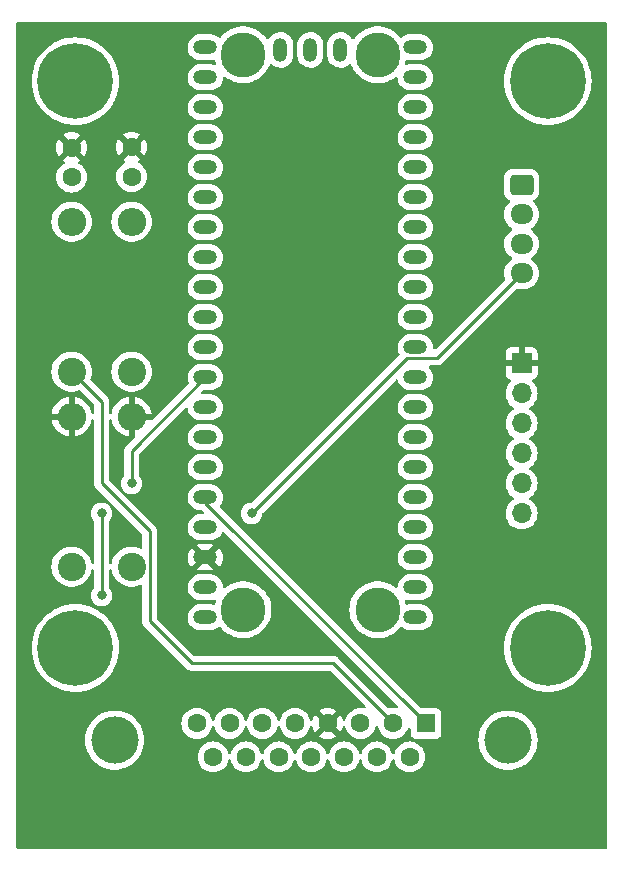
<source format=gbr>
%TF.GenerationSoftware,KiCad,Pcbnew,7.0.1*%
%TF.CreationDate,2023-04-10T15:25:16+01:00*%
%TF.ProjectId,pico-joystick,7069636f-2d6a-46f7-9973-7469636b2e6b,rev?*%
%TF.SameCoordinates,Original*%
%TF.FileFunction,Copper,L2,Bot*%
%TF.FilePolarity,Positive*%
%FSLAX46Y46*%
G04 Gerber Fmt 4.6, Leading zero omitted, Abs format (unit mm)*
G04 Created by KiCad (PCBNEW 7.0.1) date 2023-04-10 15:25:16*
%MOMM*%
%LPD*%
G01*
G04 APERTURE LIST*
G04 Aperture macros list*
%AMRoundRect*
0 Rectangle with rounded corners*
0 $1 Rounding radius*
0 $2 $3 $4 $5 $6 $7 $8 $9 X,Y pos of 4 corners*
0 Add a 4 corners polygon primitive as box body*
4,1,4,$2,$3,$4,$5,$6,$7,$8,$9,$2,$3,0*
0 Add four circle primitives for the rounded corners*
1,1,$1+$1,$2,$3*
1,1,$1+$1,$4,$5*
1,1,$1+$1,$6,$7*
1,1,$1+$1,$8,$9*
0 Add four rect primitives between the rounded corners*
20,1,$1+$1,$2,$3,$4,$5,0*
20,1,$1+$1,$4,$5,$6,$7,0*
20,1,$1+$1,$6,$7,$8,$9,0*
20,1,$1+$1,$8,$9,$2,$3,0*%
G04 Aperture macros list end*
%TA.AperFunction,ComponentPad*%
%ADD10C,6.400000*%
%TD*%
%TA.AperFunction,WasherPad*%
%ADD11C,3.800000*%
%TD*%
%TA.AperFunction,ComponentPad*%
%ADD12O,2.000000X1.200000*%
%TD*%
%TA.AperFunction,ComponentPad*%
%ADD13O,1.200000X2.000000*%
%TD*%
%TA.AperFunction,ComponentPad*%
%ADD14C,2.400000*%
%TD*%
%TA.AperFunction,ComponentPad*%
%ADD15O,2.400000X2.400000*%
%TD*%
%TA.AperFunction,ComponentPad*%
%ADD16RoundRect,0.250000X-0.725000X0.600000X-0.725000X-0.600000X0.725000X-0.600000X0.725000X0.600000X0*%
%TD*%
%TA.AperFunction,ComponentPad*%
%ADD17O,1.950000X1.700000*%
%TD*%
%TA.AperFunction,ComponentPad*%
%ADD18R,1.700000X1.700000*%
%TD*%
%TA.AperFunction,ComponentPad*%
%ADD19O,1.700000X1.700000*%
%TD*%
%TA.AperFunction,ComponentPad*%
%ADD20C,1.600000*%
%TD*%
%TA.AperFunction,ComponentPad*%
%ADD21R,1.600000X1.600000*%
%TD*%
%TA.AperFunction,ComponentPad*%
%ADD22C,4.000000*%
%TD*%
%TA.AperFunction,ViaPad*%
%ADD23C,0.800000*%
%TD*%
%TA.AperFunction,Conductor*%
%ADD24C,0.250000*%
%TD*%
G04 APERTURE END LIST*
D10*
%TO.P,REF\u002A\u002A,1*%
%TO.N,N/C*%
X172400000Y-113000000D03*
%TD*%
%TO.P,REF\u002A\u002A,1*%
%TO.N,N/C*%
X132400000Y-113000000D03*
%TD*%
%TO.P,REF\u002A\u002A,1*%
%TO.N,N/C*%
X132400000Y-65000000D03*
%TD*%
%TO.P,REF\u002A\u002A,1*%
%TO.N,N/C*%
X172400000Y-65000000D03*
%TD*%
D11*
%TO.P,U1,*%
%TO.N,*%
X158000000Y-109760000D03*
X158000000Y-62760000D03*
X146600000Y-109760000D03*
X146600000Y-62760000D03*
D12*
%TO.P,U1,1,GP0*%
%TO.N,Net-(J3-Pin_5)*%
X161190000Y-110390000D03*
%TO.P,U1,2,GP1*%
%TO.N,Net-(J3-Pin_4)*%
X161190000Y-107850000D03*
%TO.P,U1,3,GND*%
%TO.N,unconnected-(U1-GND-Pad3)*%
X161190000Y-105310000D03*
%TO.P,U1,4,GP2*%
%TO.N,unconnected-(U1-GP2-Pad4)*%
X161190000Y-102770000D03*
%TO.P,U1,5,GP3*%
%TO.N,unconnected-(U1-GP3-Pad5)*%
X161190000Y-100230000D03*
%TO.P,U1,6,GP4*%
%TO.N,unconnected-(U1-GP4-Pad6)*%
X161190000Y-97690000D03*
%TO.P,U1,7,GP5*%
%TO.N,unconnected-(U1-GP5-Pad7)*%
X161190000Y-95150000D03*
%TO.P,U1,8,GND*%
%TO.N,unconnected-(U1-GND-Pad8)*%
X161190000Y-92610000D03*
%TO.P,U1,9,GP6*%
%TO.N,unconnected-(U1-GP6-Pad9)*%
X161190000Y-90070000D03*
%TO.P,U1,10,GP7*%
%TO.N,unconnected-(U1-GP7-Pad10)*%
X161190000Y-87530000D03*
%TO.P,U1,11,GP8*%
%TO.N,unconnected-(U1-GP8-Pad11)*%
X161190000Y-84990000D03*
%TO.P,U1,12,GP9*%
%TO.N,unconnected-(U1-GP9-Pad12)*%
X161190000Y-82450000D03*
%TO.P,U1,13,GND*%
%TO.N,unconnected-(U1-GND-Pad13)*%
X161190000Y-79910000D03*
%TO.P,U1,14,GP10*%
%TO.N,unconnected-(U1-GP10-Pad14)*%
X161190000Y-77370000D03*
%TO.P,U1,15,GP11*%
%TO.N,unconnected-(U1-GP11-Pad15)*%
X161190000Y-74830000D03*
%TO.P,U1,16,GP12*%
%TO.N,unconnected-(U1-GP12-Pad16)*%
X161190000Y-72290000D03*
%TO.P,U1,17,GP13*%
%TO.N,unconnected-(U1-GP13-Pad17)*%
X161190000Y-69750000D03*
%TO.P,U1,18,GND*%
%TO.N,unconnected-(U1-GND-Pad18)*%
X161190000Y-67210000D03*
%TO.P,U1,19,GP14*%
%TO.N,unconnected-(U1-GP14-Pad19)*%
X161190000Y-64670000D03*
%TO.P,U1,20,GP15*%
%TO.N,unconnected-(U1-GP15-Pad20)*%
X161190000Y-62130000D03*
%TO.P,U1,21,GP16*%
%TO.N,Net-(U1-GP16)*%
X143410000Y-62130000D03*
%TO.P,U1,22,GP17*%
%TO.N,Net-(U1-GP17)*%
X143410000Y-64670000D03*
%TO.P,U1,23,GND*%
%TO.N,unconnected-(U1-GND-Pad23)*%
X143410000Y-67210000D03*
%TO.P,U1,24,GP18*%
%TO.N,unconnected-(U1-GP18-Pad24)*%
X143410000Y-69750000D03*
%TO.P,U1,25,GP19*%
%TO.N,unconnected-(U1-GP19-Pad25)*%
X143410000Y-72290000D03*
%TO.P,U1,26,GP20*%
%TO.N,unconnected-(U1-GP20-Pad26)*%
X143410000Y-74830000D03*
%TO.P,U1,27,GP21*%
%TO.N,unconnected-(U1-GP21-Pad27)*%
X143410000Y-77370000D03*
%TO.P,U1,28,GND*%
%TO.N,unconnected-(U1-GND-Pad28)*%
X143410000Y-79910000D03*
%TO.P,U1,29,GP22*%
%TO.N,unconnected-(U1-GP22-Pad29)*%
X143410000Y-82450000D03*
%TO.P,U1,30,RUN*%
%TO.N,unconnected-(U1-RUN-Pad30)*%
X143410000Y-84990000D03*
%TO.P,U1,31,GP26*%
%TO.N,Net-(U1-GP26)*%
X143410000Y-87530000D03*
%TO.P,U1,32,GP27*%
%TO.N,Net-(U1-GP27)*%
X143410000Y-90070000D03*
%TO.P,U1,33,GND*%
%TO.N,unconnected-(U1-GND-Pad33)*%
X143410000Y-92610000D03*
%TO.P,U1,34,GP28*%
%TO.N,unconnected-(U1-GP28-Pad34)*%
X143410000Y-95150000D03*
%TO.P,U1,35,ADC_VREF*%
%TO.N,unconnected-(U1-ADC_VREF-Pad35)*%
X143410000Y-97690000D03*
%TO.P,U1,36,3V3(OUT)*%
%TO.N,+3V3*%
X143410000Y-100230000D03*
%TO.P,U1,37,3V3_EN*%
%TO.N,unconnected-(U1-3V3_EN-Pad37)*%
X143410000Y-102770000D03*
%TO.P,U1,38,GND*%
%TO.N,GND*%
X143410000Y-105310000D03*
%TO.P,U1,39,VSYS*%
%TO.N,Net-(J4-Pin_4)*%
X143410000Y-107850000D03*
%TO.P,U1,40,VBUS*%
%TO.N,unconnected-(U1-VBUS-Pad40)*%
X143410000Y-110390000D03*
D13*
%TO.P,U1,41,SWCLK*%
%TO.N,Net-(J4-Pin_1)*%
X154840000Y-62360000D03*
%TO.P,U1,42,GND*%
%TO.N,Net-(J4-Pin_2)*%
X152300000Y-62360000D03*
%TO.P,U1,43,SWDIO*%
%TO.N,Net-(J4-Pin_3)*%
X149760000Y-62360000D03*
%TD*%
D14*
%TO.P,R4,1*%
%TO.N,Net-(J1-Pad7)*%
X137160000Y-89600000D03*
D15*
%TO.P,R4,2*%
%TO.N,Net-(U1-GP17)*%
X137160000Y-76900000D03*
%TD*%
%TO.P,R3,2*%
%TO.N,Net-(U1-GP16)*%
X132080000Y-76900000D03*
D14*
%TO.P,R3,1*%
%TO.N,Net-(J1-Pad2)*%
X132080000Y-89600000D03*
%TD*%
%TO.P,R2,1*%
%TO.N,Net-(U1-GP27)*%
X132080000Y-106110000D03*
D15*
%TO.P,R2,2*%
%TO.N,GND*%
X132080000Y-93410000D03*
%TD*%
D14*
%TO.P,R1,1*%
%TO.N,Net-(U1-GP26)*%
X137160000Y-106110000D03*
D15*
%TO.P,R1,2*%
%TO.N,GND*%
X137160000Y-93410000D03*
%TD*%
D16*
%TO.P,J4,1,Pin_1*%
%TO.N,Net-(J4-Pin_1)*%
X170180000Y-73780000D03*
D17*
%TO.P,J4,2,Pin_2*%
%TO.N,Net-(J4-Pin_2)*%
X170180000Y-76280000D03*
%TO.P,J4,3,Pin_3*%
%TO.N,Net-(J4-Pin_3)*%
X170180000Y-78780000D03*
%TO.P,J4,4,Pin_4*%
%TO.N,Net-(J4-Pin_4)*%
X170180000Y-81280000D03*
%TD*%
D18*
%TO.P,J3,1,Pin_1*%
%TO.N,GND*%
X170180000Y-88900000D03*
D19*
%TO.P,J3,2,Pin_2*%
%TO.N,unconnected-(J3-Pin_2-Pad2)*%
X170180000Y-91440000D03*
%TO.P,J3,3,Pin_3*%
%TO.N,unconnected-(J3-Pin_3-Pad3)*%
X170180000Y-93980000D03*
%TO.P,J3,4,Pin_4*%
%TO.N,Net-(J3-Pin_4)*%
X170180000Y-96520000D03*
%TO.P,J3,5,Pin_5*%
%TO.N,Net-(J3-Pin_5)*%
X170180000Y-99060000D03*
%TO.P,J3,6,Pin_6*%
%TO.N,unconnected-(J3-Pin_6-Pad6)*%
X170180000Y-101600000D03*
%TD*%
D20*
%TO.P,J1,15,P15*%
%TO.N,unconnected-(J1-P15-Pad15)*%
X144070000Y-122220000D03*
%TO.P,J1,14,P14*%
%TO.N,unconnected-(J1-P14-Pad14)*%
X146840000Y-122220000D03*
%TO.P,J1,13,P13*%
%TO.N,unconnected-(J1-P13-Pad13)*%
X149610000Y-122220000D03*
%TO.P,J1,12,P12*%
%TO.N,unconnected-(J1-P12-Pad12)*%
X152380000Y-122220000D03*
%TO.P,J1,11,P111*%
%TO.N,unconnected-(J1-P111-Pad11)*%
X155150000Y-122220000D03*
%TO.P,J1,10,P10*%
%TO.N,unconnected-(J1-P10-Pad10)*%
X157920000Y-122220000D03*
%TO.P,J1,9,P9*%
%TO.N,unconnected-(J1-P9-Pad9)*%
X160690000Y-122220000D03*
%TO.P,J1,8,8*%
%TO.N,unconnected-(J1-Pad8)*%
X142685000Y-119380000D03*
%TO.P,J1,7,7*%
%TO.N,Net-(J1-Pad7)*%
X145455000Y-119380000D03*
%TO.P,J1,6,6*%
%TO.N,Net-(U1-GP27)*%
X148225000Y-119380000D03*
%TO.P,J1,5,5*%
%TO.N,unconnected-(J1-Pad5)*%
X150995000Y-119380000D03*
%TO.P,J1,4,4*%
%TO.N,GND*%
X153765000Y-119380000D03*
%TO.P,J1,3,3*%
%TO.N,Net-(U1-GP26)*%
X156535000Y-119380000D03*
%TO.P,J1,2,2*%
%TO.N,Net-(J1-Pad2)*%
X159305000Y-119380000D03*
D21*
%TO.P,J1,1,1*%
%TO.N,+3V3*%
X162075000Y-119380000D03*
D22*
%TO.P,J1,0*%
%TO.N,N/C*%
X135730000Y-120800000D03*
X169030000Y-120800000D03*
%TD*%
D20*
%TO.P,C2,1*%
%TO.N,Net-(U1-GP17)*%
X137160000Y-73090000D03*
%TO.P,C2,2*%
%TO.N,GND*%
X137160000Y-70590000D03*
%TD*%
%TO.P,C1,2*%
%TO.N,GND*%
X132080000Y-70630000D03*
%TO.P,C1,1*%
%TO.N,Net-(U1-GP16)*%
X132080000Y-73130000D03*
%TD*%
D23*
%TO.N,Net-(J1-Pad7)*%
X134620000Y-108545000D03*
%TO.N,Net-(U1-GP27)*%
X137160000Y-99060000D03*
%TO.N,Net-(J1-Pad7)*%
X134620000Y-101600000D03*
%TO.N,Net-(J4-Pin_4)*%
X147320000Y-101600000D03*
%TD*%
D24*
%TO.N,+3V3*%
X143410000Y-100230000D02*
X143410000Y-100715000D01*
X143410000Y-100715000D02*
X162075000Y-119380000D01*
%TO.N,Net-(J1-Pad2)*%
X159305000Y-119380000D02*
X154225000Y-114300000D01*
X142240000Y-114300000D02*
X138685000Y-110745000D01*
X138685000Y-110745000D02*
X138685000Y-103125000D01*
X134620000Y-92140000D02*
X132080000Y-89600000D01*
X154225000Y-114300000D02*
X142240000Y-114300000D01*
X138685000Y-103125000D02*
X134620000Y-99060000D01*
X134620000Y-99060000D02*
X134620000Y-92140000D01*
%TO.N,Net-(U1-GP27)*%
X137160000Y-96320000D02*
X137160000Y-99060000D01*
X143410000Y-90070000D02*
X137160000Y-96320000D01*
%TO.N,Net-(J1-Pad7)*%
X134620000Y-108545000D02*
X134620000Y-101600000D01*
%TO.N,Net-(J4-Pin_4)*%
X163005000Y-88455000D02*
X170180000Y-81280000D01*
X147320000Y-101600000D02*
X160465000Y-88455000D01*
X160465000Y-88455000D02*
X163005000Y-88455000D01*
%TD*%
%TA.AperFunction,Conductor*%
%TO.N,GND*%
G36*
X177337500Y-60017113D02*
G01*
X177382887Y-60062500D01*
X177399500Y-60124500D01*
X177399500Y-129875500D01*
X177382887Y-129937500D01*
X177337500Y-129982887D01*
X177275500Y-129999500D01*
X127524500Y-129999500D01*
X127462500Y-129982887D01*
X127417113Y-129937500D01*
X127400500Y-129875500D01*
X127400500Y-120800000D01*
X133224555Y-120800000D01*
X133244311Y-121114010D01*
X133303269Y-121423082D01*
X133400495Y-121722310D01*
X133534463Y-122007007D01*
X133703053Y-122272663D01*
X133903612Y-122515097D01*
X134132971Y-122730480D01*
X134387515Y-122915416D01*
X134525375Y-122991205D01*
X134663234Y-123066994D01*
X134809504Y-123124906D01*
X134955774Y-123182819D01*
X135061051Y-123209849D01*
X135260527Y-123261066D01*
X135493811Y-123290536D01*
X135572680Y-123300500D01*
X135572682Y-123300500D01*
X135887318Y-123300500D01*
X135887320Y-123300500D01*
X135957341Y-123291653D01*
X136199473Y-123261066D01*
X136504225Y-123182819D01*
X136796766Y-123066994D01*
X137072484Y-122915416D01*
X137131231Y-122872734D01*
X137327028Y-122730480D01*
X137556387Y-122515097D01*
X137556387Y-122515096D01*
X137556390Y-122515094D01*
X137756947Y-122272663D01*
X137790369Y-122219999D01*
X142764531Y-122219999D01*
X142784364Y-122446689D01*
X142843261Y-122666497D01*
X142939432Y-122872735D01*
X143069953Y-123059140D01*
X143230859Y-123220046D01*
X143417264Y-123350567D01*
X143417265Y-123350567D01*
X143417266Y-123350568D01*
X143623504Y-123446739D01*
X143843308Y-123505635D01*
X144070000Y-123525468D01*
X144296692Y-123505635D01*
X144516496Y-123446739D01*
X144722734Y-123350568D01*
X144909139Y-123220047D01*
X145070047Y-123059139D01*
X145200568Y-122872734D01*
X145296739Y-122666496D01*
X145335224Y-122522864D01*
X145367319Y-122467276D01*
X145422906Y-122435182D01*
X145487094Y-122435182D01*
X145542681Y-122467276D01*
X145574775Y-122522864D01*
X145613261Y-122666496D01*
X145709432Y-122872735D01*
X145839953Y-123059140D01*
X146000859Y-123220046D01*
X146187264Y-123350567D01*
X146187265Y-123350567D01*
X146187266Y-123350568D01*
X146393504Y-123446739D01*
X146613308Y-123505635D01*
X146840000Y-123525468D01*
X147066692Y-123505635D01*
X147286496Y-123446739D01*
X147492734Y-123350568D01*
X147679139Y-123220047D01*
X147840047Y-123059139D01*
X147970568Y-122872734D01*
X148066739Y-122666496D01*
X148105224Y-122522864D01*
X148137319Y-122467276D01*
X148192906Y-122435182D01*
X148257094Y-122435182D01*
X148312681Y-122467276D01*
X148344775Y-122522864D01*
X148383261Y-122666496D01*
X148479432Y-122872735D01*
X148609953Y-123059140D01*
X148770859Y-123220046D01*
X148957264Y-123350567D01*
X148957265Y-123350567D01*
X148957266Y-123350568D01*
X149163504Y-123446739D01*
X149383308Y-123505635D01*
X149610000Y-123525468D01*
X149836692Y-123505635D01*
X150056496Y-123446739D01*
X150262734Y-123350568D01*
X150449139Y-123220047D01*
X150610047Y-123059139D01*
X150740568Y-122872734D01*
X150836739Y-122666496D01*
X150875224Y-122522864D01*
X150907319Y-122467276D01*
X150962906Y-122435182D01*
X151027094Y-122435182D01*
X151082681Y-122467276D01*
X151114775Y-122522864D01*
X151153261Y-122666496D01*
X151249432Y-122872735D01*
X151379953Y-123059140D01*
X151540859Y-123220046D01*
X151727264Y-123350567D01*
X151727265Y-123350567D01*
X151727266Y-123350568D01*
X151933504Y-123446739D01*
X152153308Y-123505635D01*
X152380000Y-123525468D01*
X152606692Y-123505635D01*
X152826496Y-123446739D01*
X153032734Y-123350568D01*
X153219139Y-123220047D01*
X153380047Y-123059139D01*
X153510568Y-122872734D01*
X153606739Y-122666496D01*
X153645224Y-122522864D01*
X153677319Y-122467276D01*
X153732906Y-122435182D01*
X153797094Y-122435182D01*
X153852681Y-122467276D01*
X153884775Y-122522864D01*
X153923261Y-122666496D01*
X154019432Y-122872735D01*
X154149953Y-123059140D01*
X154310859Y-123220046D01*
X154497264Y-123350567D01*
X154497265Y-123350567D01*
X154497266Y-123350568D01*
X154703504Y-123446739D01*
X154923308Y-123505635D01*
X155150000Y-123525468D01*
X155376692Y-123505635D01*
X155596496Y-123446739D01*
X155802734Y-123350568D01*
X155989139Y-123220047D01*
X156150047Y-123059139D01*
X156280568Y-122872734D01*
X156376739Y-122666496D01*
X156415224Y-122522864D01*
X156447319Y-122467276D01*
X156502906Y-122435182D01*
X156567094Y-122435182D01*
X156622681Y-122467276D01*
X156654775Y-122522864D01*
X156693261Y-122666496D01*
X156789432Y-122872735D01*
X156919953Y-123059140D01*
X157080859Y-123220046D01*
X157267264Y-123350567D01*
X157267265Y-123350567D01*
X157267266Y-123350568D01*
X157473504Y-123446739D01*
X157693308Y-123505635D01*
X157920000Y-123525468D01*
X158146692Y-123505635D01*
X158366496Y-123446739D01*
X158572734Y-123350568D01*
X158759139Y-123220047D01*
X158920047Y-123059139D01*
X159050568Y-122872734D01*
X159146739Y-122666496D01*
X159185224Y-122522864D01*
X159217319Y-122467276D01*
X159272906Y-122435182D01*
X159337094Y-122435182D01*
X159392681Y-122467276D01*
X159424775Y-122522864D01*
X159463261Y-122666496D01*
X159559432Y-122872735D01*
X159689953Y-123059140D01*
X159850859Y-123220046D01*
X160037264Y-123350567D01*
X160037265Y-123350567D01*
X160037266Y-123350568D01*
X160243504Y-123446739D01*
X160463308Y-123505635D01*
X160690000Y-123525468D01*
X160916692Y-123505635D01*
X161136496Y-123446739D01*
X161342734Y-123350568D01*
X161529139Y-123220047D01*
X161690047Y-123059139D01*
X161820568Y-122872734D01*
X161916739Y-122666496D01*
X161975635Y-122446692D01*
X161995468Y-122220000D01*
X161975635Y-121993308D01*
X161916739Y-121773504D01*
X161820568Y-121567266D01*
X161719610Y-121423082D01*
X161690046Y-121380859D01*
X161529140Y-121219953D01*
X161342735Y-121089432D01*
X161136497Y-120993261D01*
X160916689Y-120934364D01*
X160690000Y-120914531D01*
X160463310Y-120934364D01*
X160243502Y-120993261D01*
X160037264Y-121089432D01*
X159850859Y-121219953D01*
X159689953Y-121380859D01*
X159559432Y-121567264D01*
X159463261Y-121773502D01*
X159424775Y-121917136D01*
X159392681Y-121972723D01*
X159337094Y-122004817D01*
X159272906Y-122004817D01*
X159217319Y-121972723D01*
X159185225Y-121917136D01*
X159146738Y-121773502D01*
X159050567Y-121567264D01*
X158920046Y-121380859D01*
X158759140Y-121219953D01*
X158572735Y-121089432D01*
X158366497Y-120993261D01*
X158146689Y-120934364D01*
X157920000Y-120914531D01*
X157693310Y-120934364D01*
X157473502Y-120993261D01*
X157267264Y-121089432D01*
X157080859Y-121219953D01*
X156919953Y-121380859D01*
X156789432Y-121567264D01*
X156693261Y-121773502D01*
X156654775Y-121917136D01*
X156622681Y-121972723D01*
X156567094Y-122004817D01*
X156502906Y-122004817D01*
X156447319Y-121972723D01*
X156415225Y-121917136D01*
X156376738Y-121773502D01*
X156280567Y-121567264D01*
X156150046Y-121380859D01*
X155989140Y-121219953D01*
X155802735Y-121089432D01*
X155596497Y-120993261D01*
X155376689Y-120934364D01*
X155150000Y-120914531D01*
X154923310Y-120934364D01*
X154703502Y-120993261D01*
X154497264Y-121089432D01*
X154310859Y-121219953D01*
X154149953Y-121380859D01*
X154019432Y-121567264D01*
X153923261Y-121773502D01*
X153884775Y-121917136D01*
X153852681Y-121972723D01*
X153797094Y-122004817D01*
X153732906Y-122004817D01*
X153677319Y-121972723D01*
X153645225Y-121917136D01*
X153606738Y-121773502D01*
X153510567Y-121567264D01*
X153380046Y-121380859D01*
X153219140Y-121219953D01*
X153032735Y-121089432D01*
X152826497Y-120993261D01*
X152606689Y-120934364D01*
X152380000Y-120914531D01*
X152153310Y-120934364D01*
X151933502Y-120993261D01*
X151727264Y-121089432D01*
X151540859Y-121219953D01*
X151379953Y-121380859D01*
X151249432Y-121567264D01*
X151153261Y-121773502D01*
X151114775Y-121917136D01*
X151082681Y-121972723D01*
X151027094Y-122004817D01*
X150962906Y-122004817D01*
X150907319Y-121972723D01*
X150875225Y-121917136D01*
X150836738Y-121773502D01*
X150740567Y-121567264D01*
X150610046Y-121380859D01*
X150449140Y-121219953D01*
X150262735Y-121089432D01*
X150056497Y-120993261D01*
X149836689Y-120934364D01*
X149610000Y-120914531D01*
X149383310Y-120934364D01*
X149163502Y-120993261D01*
X148957264Y-121089432D01*
X148770859Y-121219953D01*
X148609953Y-121380859D01*
X148479432Y-121567264D01*
X148383261Y-121773502D01*
X148344775Y-121917136D01*
X148312681Y-121972723D01*
X148257094Y-122004817D01*
X148192906Y-122004817D01*
X148137319Y-121972723D01*
X148105225Y-121917136D01*
X148066738Y-121773502D01*
X147970567Y-121567264D01*
X147840046Y-121380859D01*
X147679140Y-121219953D01*
X147492735Y-121089432D01*
X147286497Y-120993261D01*
X147066689Y-120934364D01*
X146840000Y-120914531D01*
X146613310Y-120934364D01*
X146393502Y-120993261D01*
X146187264Y-121089432D01*
X146000859Y-121219953D01*
X145839953Y-121380859D01*
X145709432Y-121567264D01*
X145613261Y-121773502D01*
X145574775Y-121917136D01*
X145542681Y-121972723D01*
X145487094Y-122004817D01*
X145422906Y-122004817D01*
X145367319Y-121972723D01*
X145335225Y-121917136D01*
X145296738Y-121773502D01*
X145200567Y-121567264D01*
X145070046Y-121380859D01*
X144909140Y-121219953D01*
X144722735Y-121089432D01*
X144516497Y-120993261D01*
X144296689Y-120934364D01*
X144070000Y-120914531D01*
X143843310Y-120934364D01*
X143623502Y-120993261D01*
X143417264Y-121089432D01*
X143230859Y-121219953D01*
X143069953Y-121380859D01*
X142939432Y-121567264D01*
X142843261Y-121773502D01*
X142784364Y-121993310D01*
X142764531Y-122219999D01*
X137790369Y-122219999D01*
X137925537Y-122007007D01*
X138059503Y-121722315D01*
X138156731Y-121423079D01*
X138215688Y-121114015D01*
X138235444Y-120800000D01*
X138235444Y-120799999D01*
X166524555Y-120799999D01*
X166544311Y-121114010D01*
X166603269Y-121423082D01*
X166700495Y-121722310D01*
X166834463Y-122007007D01*
X167003053Y-122272663D01*
X167203612Y-122515097D01*
X167432971Y-122730480D01*
X167687515Y-122915416D01*
X167825375Y-122991205D01*
X167963234Y-123066994D01*
X168109504Y-123124906D01*
X168255774Y-123182819D01*
X168361051Y-123209849D01*
X168560527Y-123261066D01*
X168793811Y-123290536D01*
X168872680Y-123300500D01*
X168872682Y-123300500D01*
X169187318Y-123300500D01*
X169187320Y-123300500D01*
X169257341Y-123291653D01*
X169499473Y-123261066D01*
X169804225Y-123182819D01*
X170096766Y-123066994D01*
X170372484Y-122915416D01*
X170431231Y-122872734D01*
X170627028Y-122730480D01*
X170856387Y-122515097D01*
X170856387Y-122515096D01*
X170856390Y-122515094D01*
X171056947Y-122272663D01*
X171225537Y-122007007D01*
X171359503Y-121722315D01*
X171456731Y-121423079D01*
X171515688Y-121114015D01*
X171535444Y-120800000D01*
X171515688Y-120485985D01*
X171456731Y-120176921D01*
X171433515Y-120105471D01*
X171359504Y-119877689D01*
X171359503Y-119877685D01*
X171225537Y-119592993D01*
X171056947Y-119327337D01*
X170856390Y-119084906D01*
X170856387Y-119084902D01*
X170627028Y-118869519D01*
X170372484Y-118684583D01*
X170096764Y-118533005D01*
X169804225Y-118417180D01*
X169499474Y-118338934D01*
X169187320Y-118299500D01*
X169187318Y-118299500D01*
X168872682Y-118299500D01*
X168872680Y-118299500D01*
X168560525Y-118338934D01*
X168255774Y-118417180D01*
X167963235Y-118533005D01*
X167687515Y-118684583D01*
X167432971Y-118869519D01*
X167203612Y-119084902D01*
X167003053Y-119327336D01*
X166834463Y-119592992D01*
X166700495Y-119877689D01*
X166603269Y-120176917D01*
X166544311Y-120485989D01*
X166524555Y-120799999D01*
X138235444Y-120799999D01*
X138215688Y-120485985D01*
X138156731Y-120176921D01*
X138133515Y-120105471D01*
X138059504Y-119877689D01*
X138059503Y-119877685D01*
X137925537Y-119592993D01*
X137790367Y-119379999D01*
X141379531Y-119379999D01*
X141399364Y-119606689D01*
X141458261Y-119826497D01*
X141554432Y-120032735D01*
X141684953Y-120219140D01*
X141845859Y-120380046D01*
X142032264Y-120510567D01*
X142032265Y-120510567D01*
X142032266Y-120510568D01*
X142238504Y-120606739D01*
X142458308Y-120665635D01*
X142685000Y-120685468D01*
X142911692Y-120665635D01*
X143131496Y-120606739D01*
X143337734Y-120510568D01*
X143524139Y-120380047D01*
X143685047Y-120219139D01*
X143815568Y-120032734D01*
X143911739Y-119826496D01*
X143950224Y-119682864D01*
X143982319Y-119627276D01*
X144037906Y-119595182D01*
X144102094Y-119595182D01*
X144157681Y-119627276D01*
X144189775Y-119682864D01*
X144228261Y-119826496D01*
X144324432Y-120032735D01*
X144454953Y-120219140D01*
X144615859Y-120380046D01*
X144802264Y-120510567D01*
X144802265Y-120510567D01*
X144802266Y-120510568D01*
X145008504Y-120606739D01*
X145228308Y-120665635D01*
X145455000Y-120685468D01*
X145681692Y-120665635D01*
X145901496Y-120606739D01*
X146107734Y-120510568D01*
X146294139Y-120380047D01*
X146455047Y-120219139D01*
X146585568Y-120032734D01*
X146681739Y-119826496D01*
X146720224Y-119682864D01*
X146752319Y-119627276D01*
X146807906Y-119595182D01*
X146872094Y-119595182D01*
X146927681Y-119627276D01*
X146959775Y-119682864D01*
X146998261Y-119826496D01*
X147094432Y-120032735D01*
X147224953Y-120219140D01*
X147385859Y-120380046D01*
X147572264Y-120510567D01*
X147572265Y-120510567D01*
X147572266Y-120510568D01*
X147778504Y-120606739D01*
X147998308Y-120665635D01*
X148225000Y-120685468D01*
X148451692Y-120665635D01*
X148671496Y-120606739D01*
X148877734Y-120510568D01*
X149064139Y-120380047D01*
X149225047Y-120219139D01*
X149355568Y-120032734D01*
X149451739Y-119826496D01*
X149490224Y-119682864D01*
X149522319Y-119627276D01*
X149577906Y-119595182D01*
X149642094Y-119595182D01*
X149697681Y-119627276D01*
X149729775Y-119682864D01*
X149768261Y-119826496D01*
X149864432Y-120032735D01*
X149994953Y-120219140D01*
X150155859Y-120380046D01*
X150342264Y-120510567D01*
X150342265Y-120510567D01*
X150342266Y-120510568D01*
X150548504Y-120606739D01*
X150768308Y-120665635D01*
X150995000Y-120685468D01*
X151221692Y-120665635D01*
X151441496Y-120606739D01*
X151647734Y-120510568D01*
X151721344Y-120459026D01*
X153039526Y-120459026D01*
X153112515Y-120510133D01*
X153318673Y-120606266D01*
X153538397Y-120665141D01*
X153765000Y-120684966D01*
X153991602Y-120665141D01*
X154211326Y-120606266D01*
X154417480Y-120510134D01*
X154490472Y-120459025D01*
X153765001Y-119733553D01*
X153765000Y-119733553D01*
X153039526Y-120459025D01*
X153039526Y-120459026D01*
X151721344Y-120459026D01*
X151834139Y-120380047D01*
X151995047Y-120219139D01*
X152125568Y-120032734D01*
X152221739Y-119826496D01*
X152260483Y-119681897D01*
X152292576Y-119626311D01*
X152348164Y-119594217D01*
X152412351Y-119594217D01*
X152467939Y-119626310D01*
X152500033Y-119681898D01*
X152538733Y-119826326D01*
X152634866Y-120032484D01*
X152685972Y-120105471D01*
X152685974Y-120105472D01*
X153411446Y-119380001D01*
X153411446Y-119380000D01*
X152685973Y-118654526D01*
X152685973Y-118654527D01*
X152634865Y-118727516D01*
X152538734Y-118933671D01*
X152500033Y-119078102D01*
X152467939Y-119133689D01*
X152412351Y-119165782D01*
X152348164Y-119165782D01*
X152292576Y-119133688D01*
X152260483Y-119078100D01*
X152260225Y-119077136D01*
X152221739Y-118933504D01*
X152125568Y-118727266D01*
X152095681Y-118684583D01*
X151995046Y-118540859D01*
X151834140Y-118379953D01*
X151721344Y-118300973D01*
X153039526Y-118300973D01*
X153765000Y-119026446D01*
X153765001Y-119026446D01*
X154490472Y-118300974D01*
X154490471Y-118300972D01*
X154417484Y-118249866D01*
X154211326Y-118153733D01*
X153991602Y-118094858D01*
X153765000Y-118075033D01*
X153538397Y-118094858D01*
X153318672Y-118153733D01*
X153112516Y-118249865D01*
X153039527Y-118300973D01*
X153039526Y-118300973D01*
X151721344Y-118300973D01*
X151647735Y-118249432D01*
X151441497Y-118153261D01*
X151221689Y-118094364D01*
X150995000Y-118074531D01*
X150768310Y-118094364D01*
X150548502Y-118153261D01*
X150342264Y-118249432D01*
X150155859Y-118379953D01*
X149994953Y-118540859D01*
X149864432Y-118727264D01*
X149768261Y-118933502D01*
X149729775Y-119077136D01*
X149697681Y-119132723D01*
X149642094Y-119164817D01*
X149577906Y-119164817D01*
X149522319Y-119132723D01*
X149490225Y-119077136D01*
X149473790Y-119015800D01*
X149451739Y-118933504D01*
X149355568Y-118727266D01*
X149325681Y-118684583D01*
X149225046Y-118540859D01*
X149064140Y-118379953D01*
X148877735Y-118249432D01*
X148671497Y-118153261D01*
X148451689Y-118094364D01*
X148225000Y-118074531D01*
X147998310Y-118094364D01*
X147778502Y-118153261D01*
X147572264Y-118249432D01*
X147385859Y-118379953D01*
X147224953Y-118540859D01*
X147094432Y-118727264D01*
X146998261Y-118933502D01*
X146959775Y-119077136D01*
X146927681Y-119132723D01*
X146872094Y-119164817D01*
X146807906Y-119164817D01*
X146752319Y-119132723D01*
X146720225Y-119077136D01*
X146703790Y-119015800D01*
X146681739Y-118933504D01*
X146585568Y-118727266D01*
X146555681Y-118684583D01*
X146455046Y-118540859D01*
X146294140Y-118379953D01*
X146107735Y-118249432D01*
X145901497Y-118153261D01*
X145681689Y-118094364D01*
X145455000Y-118074531D01*
X145228310Y-118094364D01*
X145008502Y-118153261D01*
X144802264Y-118249432D01*
X144615859Y-118379953D01*
X144454953Y-118540859D01*
X144324432Y-118727264D01*
X144228261Y-118933502D01*
X144189775Y-119077136D01*
X144157681Y-119132723D01*
X144102094Y-119164817D01*
X144037906Y-119164817D01*
X143982319Y-119132723D01*
X143950225Y-119077136D01*
X143933790Y-119015800D01*
X143911739Y-118933504D01*
X143815568Y-118727266D01*
X143785681Y-118684583D01*
X143685046Y-118540859D01*
X143524140Y-118379953D01*
X143337735Y-118249432D01*
X143131497Y-118153261D01*
X142911689Y-118094364D01*
X142685000Y-118074531D01*
X142458310Y-118094364D01*
X142238502Y-118153261D01*
X142032264Y-118249432D01*
X141845859Y-118379953D01*
X141684953Y-118540859D01*
X141554432Y-118727264D01*
X141458261Y-118933502D01*
X141399364Y-119153310D01*
X141379531Y-119379999D01*
X137790367Y-119379999D01*
X137756947Y-119327337D01*
X137556390Y-119084906D01*
X137556387Y-119084902D01*
X137327028Y-118869519D01*
X137072484Y-118684583D01*
X136796764Y-118533005D01*
X136504225Y-118417180D01*
X136199474Y-118338934D01*
X135887320Y-118299500D01*
X135887318Y-118299500D01*
X135572682Y-118299500D01*
X135572680Y-118299500D01*
X135260525Y-118338934D01*
X134955774Y-118417180D01*
X134663235Y-118533005D01*
X134387515Y-118684583D01*
X134132971Y-118869519D01*
X133903612Y-119084902D01*
X133703053Y-119327336D01*
X133534463Y-119592992D01*
X133400495Y-119877689D01*
X133303269Y-120176917D01*
X133244311Y-120485989D01*
X133224555Y-120800000D01*
X127400500Y-120800000D01*
X127400500Y-113000000D01*
X128694422Y-113000000D01*
X128714722Y-113387340D01*
X128775396Y-113770429D01*
X128875785Y-114145086D01*
X129014785Y-114507193D01*
X129190876Y-114852793D01*
X129402121Y-115178080D01*
X129402124Y-115178084D01*
X129646219Y-115479516D01*
X129920484Y-115753781D01*
X130221916Y-115997876D01*
X130221918Y-115997877D01*
X130221919Y-115997878D01*
X130547206Y-116209123D01*
X130892806Y-116385214D01*
X131254913Y-116524214D01*
X131629570Y-116624603D01*
X131821114Y-116654939D01*
X132012662Y-116685278D01*
X132400000Y-116705578D01*
X132787338Y-116685278D01*
X133036686Y-116645785D01*
X133170429Y-116624603D01*
X133170433Y-116624602D01*
X133545087Y-116524214D01*
X133907194Y-116385214D01*
X134252789Y-116209125D01*
X134252788Y-116209125D01*
X134252793Y-116209123D01*
X134415436Y-116103500D01*
X134578084Y-115997876D01*
X134879516Y-115753781D01*
X135153781Y-115479516D01*
X135397876Y-115178084D01*
X135558880Y-114930160D01*
X135609123Y-114852793D01*
X135690302Y-114693469D01*
X135785214Y-114507194D01*
X135924214Y-114145087D01*
X136024602Y-113770433D01*
X136024734Y-113769604D01*
X136045785Y-113636686D01*
X136085278Y-113387338D01*
X136105578Y-113000000D01*
X136085278Y-112612662D01*
X136054939Y-112421114D01*
X136024603Y-112229570D01*
X135924214Y-111854913D01*
X135785214Y-111492806D01*
X135609123Y-111147206D01*
X135397878Y-110821919D01*
X135375375Y-110794130D01*
X135153781Y-110520484D01*
X134879516Y-110246219D01*
X134578084Y-110002124D01*
X134578082Y-110002123D01*
X134578080Y-110002121D01*
X134252793Y-109790876D01*
X133907193Y-109614785D01*
X133545086Y-109475785D01*
X133170429Y-109375396D01*
X132787340Y-109314722D01*
X132400000Y-109294422D01*
X132012659Y-109314722D01*
X131629570Y-109375396D01*
X131254913Y-109475785D01*
X130892806Y-109614785D01*
X130547206Y-109790876D01*
X130221919Y-110002121D01*
X129920480Y-110246222D01*
X129646222Y-110520480D01*
X129402121Y-110821919D01*
X129190876Y-111147206D01*
X129014785Y-111492806D01*
X128875785Y-111854913D01*
X128775396Y-112229570D01*
X128714722Y-112612659D01*
X128694422Y-113000000D01*
X127400500Y-113000000D01*
X127400500Y-106109999D01*
X130374731Y-106109999D01*
X130393777Y-106364154D01*
X130450492Y-106612637D01*
X130543608Y-106849891D01*
X130671038Y-107070607D01*
X130671041Y-107070612D01*
X130829950Y-107269877D01*
X131016783Y-107443232D01*
X131227366Y-107586805D01*
X131456996Y-107697389D01*
X131700542Y-107772513D01*
X131952565Y-107810500D01*
X132207435Y-107810500D01*
X132459458Y-107772513D01*
X132703004Y-107697389D01*
X132932634Y-107586805D01*
X133143217Y-107443232D01*
X133330050Y-107269877D01*
X133488959Y-107070612D01*
X133616393Y-106849888D01*
X133709508Y-106612637D01*
X133749609Y-106436942D01*
X133776512Y-106383652D01*
X133825198Y-106349108D01*
X133884384Y-106341316D01*
X133940352Y-106362082D01*
X133980130Y-106406595D01*
X133994500Y-106464536D01*
X133994500Y-107846313D01*
X133986264Y-107890751D01*
X133962652Y-107929282D01*
X133929545Y-107966051D01*
X133887464Y-108012786D01*
X133792820Y-108176715D01*
X133734326Y-108356742D01*
X133714540Y-108545000D01*
X133734326Y-108733257D01*
X133792820Y-108913284D01*
X133887466Y-109077216D01*
X134014129Y-109217889D01*
X134167269Y-109329151D01*
X134340197Y-109406144D01*
X134525352Y-109445500D01*
X134525354Y-109445500D01*
X134714646Y-109445500D01*
X134714648Y-109445500D01*
X134838083Y-109419262D01*
X134899803Y-109406144D01*
X135072730Y-109329151D01*
X135120531Y-109294422D01*
X135225870Y-109217889D01*
X135352533Y-109077216D01*
X135447179Y-108913284D01*
X135459758Y-108874570D01*
X135505674Y-108733256D01*
X135525460Y-108545000D01*
X135505674Y-108356744D01*
X135447179Y-108176716D01*
X135447179Y-108176715D01*
X135352535Y-108012786D01*
X135339427Y-107998229D01*
X135277347Y-107929282D01*
X135253736Y-107890751D01*
X135245500Y-107846313D01*
X135245500Y-106464536D01*
X135259870Y-106406595D01*
X135299648Y-106362082D01*
X135355616Y-106341316D01*
X135414802Y-106349108D01*
X135463488Y-106383652D01*
X135490391Y-106436943D01*
X135530492Y-106612637D01*
X135623608Y-106849891D01*
X135751038Y-107070607D01*
X135751041Y-107070612D01*
X135909950Y-107269877D01*
X136096783Y-107443232D01*
X136307366Y-107586805D01*
X136536996Y-107697389D01*
X136780542Y-107772513D01*
X137032565Y-107810500D01*
X137287435Y-107810500D01*
X137539458Y-107772513D01*
X137783004Y-107697389D01*
X137881699Y-107649859D01*
X137942453Y-107637775D01*
X138001472Y-107656586D01*
X138044028Y-107701599D01*
X138059500Y-107761580D01*
X138059500Y-110662256D01*
X138057235Y-110682762D01*
X138059439Y-110752873D01*
X138059500Y-110756768D01*
X138059500Y-110784349D01*
X138060003Y-110788334D01*
X138060918Y-110799967D01*
X138062290Y-110843626D01*
X138067879Y-110862860D01*
X138071825Y-110881916D01*
X138074335Y-110901792D01*
X138090414Y-110942404D01*
X138094197Y-110953451D01*
X138106382Y-110995391D01*
X138116580Y-111012635D01*
X138125136Y-111030100D01*
X138132514Y-111048732D01*
X138132515Y-111048733D01*
X138158180Y-111084059D01*
X138164593Y-111093822D01*
X138186826Y-111131416D01*
X138186829Y-111131419D01*
X138186830Y-111131420D01*
X138200995Y-111145585D01*
X138213627Y-111160375D01*
X138225406Y-111176587D01*
X138259058Y-111204426D01*
X138267699Y-111212289D01*
X141739196Y-114683787D01*
X141752096Y-114699888D01*
X141803223Y-114747900D01*
X141806020Y-114750611D01*
X141825529Y-114770120D01*
X141828711Y-114772588D01*
X141837571Y-114780155D01*
X141869418Y-114810062D01*
X141886970Y-114819711D01*
X141903238Y-114830397D01*
X141919064Y-114842673D01*
X141959146Y-114860017D01*
X141969633Y-114865155D01*
X142007907Y-114886197D01*
X142016410Y-114888379D01*
X142027308Y-114891178D01*
X142045713Y-114897478D01*
X142064104Y-114905437D01*
X142107250Y-114912270D01*
X142118668Y-114914635D01*
X142160981Y-114925500D01*
X142181016Y-114925500D01*
X142200415Y-114927027D01*
X142220196Y-114930160D01*
X142263674Y-114926050D01*
X142275344Y-114925500D01*
X153914548Y-114925500D01*
X153962001Y-114934939D01*
X154002229Y-114961819D01*
X156944100Y-117903691D01*
X156976194Y-117959278D01*
X156976194Y-118023465D01*
X156944100Y-118079053D01*
X156888513Y-118111147D01*
X156824326Y-118111147D01*
X156761691Y-118094364D01*
X156535000Y-118074531D01*
X156308310Y-118094364D01*
X156088502Y-118153261D01*
X155882264Y-118249432D01*
X155695859Y-118379953D01*
X155534953Y-118540859D01*
X155404432Y-118727264D01*
X155308261Y-118933502D01*
X155269516Y-119078101D01*
X155237422Y-119133688D01*
X155181834Y-119165782D01*
X155117647Y-119165782D01*
X155062060Y-119133688D01*
X155029966Y-119078101D01*
X154991266Y-118933673D01*
X154895133Y-118727515D01*
X154844025Y-118654526D01*
X154118553Y-119380000D01*
X154118553Y-119380001D01*
X154844025Y-120105472D01*
X154895134Y-120032480D01*
X154991266Y-119826327D01*
X155029966Y-119681898D01*
X155062060Y-119626311D01*
X155117647Y-119594217D01*
X155181834Y-119594217D01*
X155237422Y-119626311D01*
X155269516Y-119681898D01*
X155308261Y-119826497D01*
X155404432Y-120032735D01*
X155534953Y-120219140D01*
X155695859Y-120380046D01*
X155882264Y-120510567D01*
X155882265Y-120510567D01*
X155882266Y-120510568D01*
X156088504Y-120606739D01*
X156308308Y-120665635D01*
X156535000Y-120685468D01*
X156761692Y-120665635D01*
X156981496Y-120606739D01*
X157187734Y-120510568D01*
X157374139Y-120380047D01*
X157535047Y-120219139D01*
X157665568Y-120032734D01*
X157761739Y-119826496D01*
X157800224Y-119682864D01*
X157832319Y-119627276D01*
X157887906Y-119595182D01*
X157952094Y-119595182D01*
X158007681Y-119627276D01*
X158039775Y-119682864D01*
X158078261Y-119826496D01*
X158174432Y-120032735D01*
X158304953Y-120219140D01*
X158465859Y-120380046D01*
X158652264Y-120510567D01*
X158652265Y-120510567D01*
X158652266Y-120510568D01*
X158858504Y-120606739D01*
X159078308Y-120665635D01*
X159305000Y-120685468D01*
X159531692Y-120665635D01*
X159751496Y-120606739D01*
X159957734Y-120510568D01*
X160144139Y-120380047D01*
X160305047Y-120219139D01*
X160435568Y-120032734D01*
X160531739Y-119826496D01*
X160531738Y-119826496D01*
X160536324Y-119816664D01*
X160537814Y-119817359D01*
X160559071Y-119778606D01*
X160608082Y-119745852D01*
X160666679Y-119739431D01*
X160721620Y-119760794D01*
X160760488Y-119805112D01*
X160774500Y-119862371D01*
X160774500Y-120227869D01*
X160780909Y-120287483D01*
X160831204Y-120422331D01*
X160917454Y-120537546D01*
X161032669Y-120623796D01*
X161167517Y-120674091D01*
X161227127Y-120680500D01*
X162922872Y-120680499D01*
X162982483Y-120674091D01*
X163117331Y-120623796D01*
X163232546Y-120537546D01*
X163318796Y-120422331D01*
X163369091Y-120287483D01*
X163375500Y-120227873D01*
X163375499Y-118532128D01*
X163369091Y-118472517D01*
X163318796Y-118337669D01*
X163232546Y-118222454D01*
X163117331Y-118136204D01*
X162982483Y-118085909D01*
X162922873Y-118079500D01*
X162922869Y-118079500D01*
X161710453Y-118079500D01*
X161663000Y-118070061D01*
X161622772Y-118043181D01*
X156579591Y-113000000D01*
X168694422Y-113000000D01*
X168714722Y-113387340D01*
X168775396Y-113770429D01*
X168875785Y-114145086D01*
X169014785Y-114507193D01*
X169190876Y-114852793D01*
X169402121Y-115178080D01*
X169402124Y-115178084D01*
X169646219Y-115479516D01*
X169920484Y-115753781D01*
X170221916Y-115997876D01*
X170221918Y-115997877D01*
X170221919Y-115997878D01*
X170547206Y-116209123D01*
X170892806Y-116385214D01*
X171254913Y-116524214D01*
X171629570Y-116624603D01*
X171821114Y-116654939D01*
X172012662Y-116685278D01*
X172400000Y-116705578D01*
X172787338Y-116685278D01*
X173036686Y-116645785D01*
X173170429Y-116624603D01*
X173170433Y-116624602D01*
X173545087Y-116524214D01*
X173907194Y-116385214D01*
X174252789Y-116209125D01*
X174252788Y-116209125D01*
X174252793Y-116209123D01*
X174415436Y-116103500D01*
X174578084Y-115997876D01*
X174879516Y-115753781D01*
X175153781Y-115479516D01*
X175397876Y-115178084D01*
X175558880Y-114930160D01*
X175609123Y-114852793D01*
X175690302Y-114693469D01*
X175785214Y-114507194D01*
X175924214Y-114145087D01*
X176024602Y-113770433D01*
X176024734Y-113769604D01*
X176045785Y-113636686D01*
X176085278Y-113387338D01*
X176105578Y-113000000D01*
X176085278Y-112612662D01*
X176054939Y-112421114D01*
X176024603Y-112229570D01*
X175924214Y-111854913D01*
X175785214Y-111492806D01*
X175609123Y-111147206D01*
X175397878Y-110821919D01*
X175375375Y-110794130D01*
X175153781Y-110520484D01*
X174879516Y-110246219D01*
X174578084Y-110002124D01*
X174578082Y-110002123D01*
X174578080Y-110002121D01*
X174252793Y-109790876D01*
X173907193Y-109614785D01*
X173545086Y-109475785D01*
X173170429Y-109375396D01*
X172787340Y-109314722D01*
X172400000Y-109294422D01*
X172012659Y-109314722D01*
X171629570Y-109375396D01*
X171254913Y-109475785D01*
X170892806Y-109614785D01*
X170547206Y-109790876D01*
X170221919Y-110002121D01*
X169920480Y-110246222D01*
X169646222Y-110520480D01*
X169402121Y-110821919D01*
X169190876Y-111147206D01*
X169014785Y-111492806D01*
X168875785Y-111854913D01*
X168775396Y-112229570D01*
X168714722Y-112612659D01*
X168694422Y-113000000D01*
X156579591Y-113000000D01*
X153339591Y-109760000D01*
X155594753Y-109760000D01*
X155613719Y-110061452D01*
X155670319Y-110358163D01*
X155763658Y-110645428D01*
X155892268Y-110918739D01*
X155962941Y-111030101D01*
X156054115Y-111173768D01*
X156175096Y-111320009D01*
X156246650Y-111406503D01*
X156466839Y-111613276D01*
X156711204Y-111790816D01*
X156827796Y-111854913D01*
X156975896Y-111936332D01*
X157116317Y-111991928D01*
X157256737Y-112047525D01*
X157411141Y-112087168D01*
X157549302Y-112122642D01*
X157798314Y-112154100D01*
X157848972Y-112160500D01*
X157848973Y-112160500D01*
X158151027Y-112160500D01*
X158151028Y-112160500D01*
X158194360Y-112155025D01*
X158450698Y-112122642D01*
X158743262Y-112047525D01*
X159024104Y-111936332D01*
X159288795Y-111790816D01*
X159288795Y-111790815D01*
X159533160Y-111613276D01*
X159557079Y-111590814D01*
X159753349Y-111406504D01*
X159892540Y-111238250D01*
X159947599Y-111200086D01*
X160014478Y-111196134D01*
X160073651Y-111227549D01*
X160102667Y-111255215D01*
X160106622Y-111258986D01*
X160183542Y-111308419D01*
X160283425Y-111372612D01*
X160322580Y-111388287D01*
X160478543Y-111450725D01*
X160607228Y-111475527D01*
X160684914Y-111490500D01*
X160684915Y-111490500D01*
X161642420Y-111490500D01*
X161642425Y-111490500D01*
X161799218Y-111475528D01*
X162000875Y-111416316D01*
X162187682Y-111320011D01*
X162352886Y-111190092D01*
X162490519Y-111031256D01*
X162595604Y-110849244D01*
X162664344Y-110650633D01*
X162694254Y-110442602D01*
X162684254Y-110232670D01*
X162634704Y-110028424D01*
X162634702Y-110028419D01*
X162547397Y-109837247D01*
X162425487Y-109666050D01*
X162425486Y-109666048D01*
X162273378Y-109521014D01*
X162241257Y-109500371D01*
X162096574Y-109407387D01*
X161940609Y-109344949D01*
X161901457Y-109329275D01*
X161901456Y-109329274D01*
X161901454Y-109329274D01*
X161695086Y-109289500D01*
X161695085Y-109289500D01*
X160737575Y-109289500D01*
X160659178Y-109296986D01*
X160580777Y-109304472D01*
X160499894Y-109328222D01*
X160431841Y-109328740D01*
X160373764Y-109293264D01*
X160343156Y-109232480D01*
X160329681Y-109161840D01*
X160295462Y-109056527D01*
X160293319Y-108987260D01*
X160328682Y-108927658D01*
X160390506Y-108896342D01*
X160459479Y-108903093D01*
X160478543Y-108910725D01*
X160645139Y-108942833D01*
X160684914Y-108950500D01*
X160684915Y-108950500D01*
X161642420Y-108950500D01*
X161642425Y-108950500D01*
X161799218Y-108935528D01*
X162000875Y-108876316D01*
X162187682Y-108780011D01*
X162352886Y-108650092D01*
X162490519Y-108491256D01*
X162595604Y-108309244D01*
X162664344Y-108110633D01*
X162694254Y-107902602D01*
X162684254Y-107692670D01*
X162634704Y-107488424D01*
X162634702Y-107488419D01*
X162547397Y-107297247D01*
X162425487Y-107126050D01*
X162425486Y-107126048D01*
X162273378Y-106981014D01*
X162241257Y-106960371D01*
X162096574Y-106867387D01*
X161940609Y-106804949D01*
X161901457Y-106789275D01*
X161901456Y-106789274D01*
X161901454Y-106789274D01*
X161695086Y-106749500D01*
X161695085Y-106749500D01*
X160737575Y-106749500D01*
X160639579Y-106758857D01*
X160580779Y-106764472D01*
X160379126Y-106823683D01*
X160192315Y-106919990D01*
X160027115Y-107049906D01*
X159889479Y-107208745D01*
X159784396Y-107390754D01*
X159715655Y-107589367D01*
X159686346Y-107793220D01*
X159661804Y-107851293D01*
X159611878Y-107889792D01*
X159549473Y-107898765D01*
X159490723Y-107875891D01*
X159288795Y-107729183D01*
X159034470Y-107589367D01*
X159024104Y-107583668D01*
X159024103Y-107583667D01*
X159024102Y-107583667D01*
X158743262Y-107472474D01*
X158450700Y-107397358D01*
X158151028Y-107359500D01*
X158151027Y-107359500D01*
X157848973Y-107359500D01*
X157848972Y-107359500D01*
X157549299Y-107397358D01*
X157256737Y-107472474D01*
X156975897Y-107583667D01*
X156711204Y-107729183D01*
X156466839Y-107906723D01*
X156246650Y-108113496D01*
X156054114Y-108346233D01*
X155892268Y-108601260D01*
X155763658Y-108874571D01*
X155670319Y-109161836D01*
X155613719Y-109458547D01*
X155594753Y-109760000D01*
X153339591Y-109760000D01*
X148836987Y-105257396D01*
X159685746Y-105257396D01*
X159695746Y-105467330D01*
X159745297Y-105671580D01*
X159832602Y-105862752D01*
X159942846Y-106017566D01*
X159954514Y-106033952D01*
X160106622Y-106178986D01*
X160178964Y-106225478D01*
X160283425Y-106292612D01*
X160322580Y-106308287D01*
X160478543Y-106370725D01*
X160604670Y-106395034D01*
X160684914Y-106410500D01*
X160684915Y-106410500D01*
X161642420Y-106410500D01*
X161642425Y-106410500D01*
X161799218Y-106395528D01*
X162000875Y-106336316D01*
X162187682Y-106240011D01*
X162352886Y-106110092D01*
X162490519Y-105951256D01*
X162595604Y-105769244D01*
X162664344Y-105570633D01*
X162694254Y-105362602D01*
X162684254Y-105152670D01*
X162634704Y-104948424D01*
X162634702Y-104948419D01*
X162547397Y-104757247D01*
X162425487Y-104586050D01*
X162425486Y-104586048D01*
X162273378Y-104441014D01*
X162224342Y-104409500D01*
X162096574Y-104327387D01*
X161940609Y-104264949D01*
X161901457Y-104249275D01*
X161901456Y-104249274D01*
X161901454Y-104249274D01*
X161695086Y-104209500D01*
X161695085Y-104209500D01*
X160737575Y-104209500D01*
X160639579Y-104218857D01*
X160580779Y-104224472D01*
X160379126Y-104283683D01*
X160192315Y-104379990D01*
X160027115Y-104509906D01*
X159889479Y-104668745D01*
X159784396Y-104850754D01*
X159715655Y-105049366D01*
X159685746Y-105257396D01*
X148836987Y-105257396D01*
X146296989Y-102717398D01*
X159685746Y-102717398D01*
X159689011Y-102785937D01*
X159695746Y-102927330D01*
X159745297Y-103131580D01*
X159832602Y-103322752D01*
X159912857Y-103435453D01*
X159954514Y-103493952D01*
X160106622Y-103638986D01*
X160178964Y-103685478D01*
X160283425Y-103752612D01*
X160322580Y-103768287D01*
X160478543Y-103830725D01*
X160607228Y-103855527D01*
X160684914Y-103870500D01*
X160684915Y-103870500D01*
X161642420Y-103870500D01*
X161642425Y-103870500D01*
X161799218Y-103855528D01*
X162000875Y-103796316D01*
X162187682Y-103700011D01*
X162352886Y-103570092D01*
X162490519Y-103411256D01*
X162595604Y-103229244D01*
X162664344Y-103030633D01*
X162694254Y-102822602D01*
X162684254Y-102612670D01*
X162634704Y-102408424D01*
X162623619Y-102384151D01*
X162547397Y-102217247D01*
X162461797Y-102097040D01*
X162425486Y-102046048D01*
X162273378Y-101901014D01*
X162241257Y-101880371D01*
X162096574Y-101787387D01*
X161940609Y-101724949D01*
X161901457Y-101709275D01*
X161901456Y-101709274D01*
X161901454Y-101709274D01*
X161695086Y-101669500D01*
X161695085Y-101669500D01*
X160737575Y-101669500D01*
X160639579Y-101678857D01*
X160580779Y-101684472D01*
X160379126Y-101743683D01*
X160192315Y-101839990D01*
X160027115Y-101969906D01*
X159889479Y-102128745D01*
X159784396Y-102310754D01*
X159715655Y-102509366D01*
X159689194Y-102693413D01*
X159685746Y-102717398D01*
X146296989Y-102717398D01*
X145179590Y-101599999D01*
X146414540Y-101599999D01*
X146434326Y-101788257D01*
X146492820Y-101968284D01*
X146587466Y-102132216D01*
X146714129Y-102272889D01*
X146867269Y-102384151D01*
X147040197Y-102461144D01*
X147225352Y-102500500D01*
X147225354Y-102500500D01*
X147414646Y-102500500D01*
X147414648Y-102500500D01*
X147551547Y-102471401D01*
X147599803Y-102461144D01*
X147772730Y-102384151D01*
X147925871Y-102272888D01*
X148052533Y-102132216D01*
X148147179Y-101968284D01*
X148205674Y-101788256D01*
X148223321Y-101620344D01*
X148229059Y-101600000D01*
X168824340Y-101600000D01*
X168844936Y-101835407D01*
X168880975Y-101969906D01*
X168906097Y-102063663D01*
X169005965Y-102277830D01*
X169141505Y-102471401D01*
X169308599Y-102638495D01*
X169502170Y-102774035D01*
X169716337Y-102873903D01*
X169944592Y-102935063D01*
X170180000Y-102955659D01*
X170415408Y-102935063D01*
X170643663Y-102873903D01*
X170857830Y-102774035D01*
X171051401Y-102638495D01*
X171218495Y-102471401D01*
X171354035Y-102277830D01*
X171453903Y-102063663D01*
X171515063Y-101835408D01*
X171535659Y-101600000D01*
X171515063Y-101364592D01*
X171453903Y-101136337D01*
X171354035Y-100922171D01*
X171218495Y-100728599D01*
X171051401Y-100561505D01*
X170865839Y-100431573D01*
X170826974Y-100387255D01*
X170812964Y-100329999D01*
X170826975Y-100272742D01*
X170865837Y-100228428D01*
X171051401Y-100098495D01*
X171218495Y-99931401D01*
X171354035Y-99737830D01*
X171453903Y-99523663D01*
X171515063Y-99295408D01*
X171535659Y-99060000D01*
X171515063Y-98824592D01*
X171453903Y-98596337D01*
X171354035Y-98382171D01*
X171218495Y-98188599D01*
X171051401Y-98021505D01*
X170865839Y-97891573D01*
X170826976Y-97847257D01*
X170812965Y-97790000D01*
X170826976Y-97732743D01*
X170865839Y-97688426D01*
X171051401Y-97558495D01*
X171218495Y-97391401D01*
X171354035Y-97197830D01*
X171453903Y-96983663D01*
X171515063Y-96755408D01*
X171535659Y-96520000D01*
X171515063Y-96284592D01*
X171453903Y-96056337D01*
X171354035Y-95842171D01*
X171218495Y-95648599D01*
X171051401Y-95481505D01*
X170865839Y-95351573D01*
X170826975Y-95307257D01*
X170812964Y-95250000D01*
X170826975Y-95192743D01*
X170865839Y-95148426D01*
X171051401Y-95018495D01*
X171218495Y-94851401D01*
X171354035Y-94657830D01*
X171453903Y-94443663D01*
X171515063Y-94215408D01*
X171535659Y-93980000D01*
X171515063Y-93744592D01*
X171453903Y-93516337D01*
X171354035Y-93302171D01*
X171218495Y-93108599D01*
X171051401Y-92941505D01*
X170865839Y-92811573D01*
X170826974Y-92767255D01*
X170812964Y-92709999D01*
X170826975Y-92652742D01*
X170865837Y-92608428D01*
X171051401Y-92478495D01*
X171218495Y-92311401D01*
X171354035Y-92117830D01*
X171453903Y-91903663D01*
X171515063Y-91675408D01*
X171535659Y-91440000D01*
X171523219Y-91297819D01*
X171515063Y-91204592D01*
X171510815Y-91188738D01*
X171453903Y-90976337D01*
X171354035Y-90762171D01*
X171218495Y-90568599D01*
X171096181Y-90446285D01*
X171064885Y-90393539D01*
X171062696Y-90332246D01*
X171090149Y-90277401D01*
X171140528Y-90242422D01*
X171272089Y-90193352D01*
X171387188Y-90107188D01*
X171473352Y-89992089D01*
X171523597Y-89857375D01*
X171530000Y-89797824D01*
X171530000Y-89150000D01*
X168830000Y-89150000D01*
X168830000Y-89797824D01*
X168836402Y-89857375D01*
X168886647Y-89992089D01*
X168972811Y-90107188D01*
X169087911Y-90193352D01*
X169219471Y-90242422D01*
X169269850Y-90277401D01*
X169297303Y-90332246D01*
X169295114Y-90393539D01*
X169263819Y-90446285D01*
X169141503Y-90568601D01*
X169005965Y-90762170D01*
X168906097Y-90976336D01*
X168844936Y-91204592D01*
X168824340Y-91439999D01*
X168844936Y-91675407D01*
X168888039Y-91836268D01*
X168906097Y-91903663D01*
X169005965Y-92117830D01*
X169141505Y-92311401D01*
X169308599Y-92478495D01*
X169494160Y-92608426D01*
X169533024Y-92652743D01*
X169547035Y-92710000D01*
X169533024Y-92767257D01*
X169494159Y-92811575D01*
X169308595Y-92941508D01*
X169141505Y-93108598D01*
X169005965Y-93302170D01*
X168906097Y-93516336D01*
X168844936Y-93744592D01*
X168824340Y-93980000D01*
X168844936Y-94215407D01*
X168880975Y-94349906D01*
X168906097Y-94443663D01*
X169005965Y-94657830D01*
X169141505Y-94851401D01*
X169308599Y-95018495D01*
X169494160Y-95148426D01*
X169533024Y-95192743D01*
X169547035Y-95250000D01*
X169533024Y-95307257D01*
X169494159Y-95351575D01*
X169308595Y-95481508D01*
X169141505Y-95648598D01*
X169005965Y-95842170D01*
X168906097Y-96056336D01*
X168844936Y-96284592D01*
X168824340Y-96519999D01*
X168844936Y-96755407D01*
X168880975Y-96889906D01*
X168906097Y-96983663D01*
X169005965Y-97197830D01*
X169141505Y-97391401D01*
X169308599Y-97558495D01*
X169494160Y-97688426D01*
X169533024Y-97732743D01*
X169547035Y-97790000D01*
X169533024Y-97847257D01*
X169494159Y-97891575D01*
X169308595Y-98021508D01*
X169141505Y-98188598D01*
X169005965Y-98382170D01*
X168906097Y-98596336D01*
X168844936Y-98824592D01*
X168824340Y-99060000D01*
X168844936Y-99295407D01*
X168880975Y-99429906D01*
X168906097Y-99523663D01*
X169005965Y-99737830D01*
X169141505Y-99931401D01*
X169308599Y-100098495D01*
X169494160Y-100228426D01*
X169533024Y-100272743D01*
X169547035Y-100330000D01*
X169533024Y-100387257D01*
X169494159Y-100431575D01*
X169308595Y-100561508D01*
X169141505Y-100728598D01*
X169005965Y-100922170D01*
X168906097Y-101136336D01*
X168844936Y-101364592D01*
X168824340Y-101600000D01*
X148229059Y-101600000D01*
X148234721Y-101579925D01*
X148258958Y-101545630D01*
X149627192Y-100177396D01*
X159685746Y-100177396D01*
X159695746Y-100387330D01*
X159745297Y-100591580D01*
X159832602Y-100782752D01*
X159931882Y-100922170D01*
X159954514Y-100953952D01*
X160106622Y-101098986D01*
X160164741Y-101136337D01*
X160283425Y-101212612D01*
X160322580Y-101228287D01*
X160478543Y-101290725D01*
X160607228Y-101315527D01*
X160684914Y-101330500D01*
X160684915Y-101330500D01*
X161642420Y-101330500D01*
X161642425Y-101330500D01*
X161799218Y-101315528D01*
X162000875Y-101256316D01*
X162187682Y-101160011D01*
X162352886Y-101030092D01*
X162490519Y-100871256D01*
X162595604Y-100689244D01*
X162664344Y-100490633D01*
X162694254Y-100282602D01*
X162684254Y-100072670D01*
X162634704Y-99868424D01*
X162623619Y-99844151D01*
X162547397Y-99677247D01*
X162461797Y-99557040D01*
X162425486Y-99506048D01*
X162273378Y-99361014D01*
X162241257Y-99340371D01*
X162096574Y-99247387D01*
X161922901Y-99177860D01*
X161901457Y-99169275D01*
X161901456Y-99169274D01*
X161901454Y-99169274D01*
X161695086Y-99129500D01*
X161695085Y-99129500D01*
X160737575Y-99129500D01*
X160639579Y-99138857D01*
X160580779Y-99144472D01*
X160379126Y-99203683D01*
X160192315Y-99299990D01*
X160027115Y-99429906D01*
X159889479Y-99588745D01*
X159784396Y-99770754D01*
X159715655Y-99969366D01*
X159685746Y-100177396D01*
X149627192Y-100177396D01*
X152167193Y-97637396D01*
X159685746Y-97637396D01*
X159695746Y-97847330D01*
X159745297Y-98051580D01*
X159832602Y-98242752D01*
X159917030Y-98361313D01*
X159954514Y-98413952D01*
X160106622Y-98558986D01*
X160164741Y-98596337D01*
X160283425Y-98672612D01*
X160322580Y-98688287D01*
X160478543Y-98750725D01*
X160607228Y-98775527D01*
X160684914Y-98790500D01*
X160684915Y-98790500D01*
X161642420Y-98790500D01*
X161642425Y-98790500D01*
X161799218Y-98775528D01*
X162000875Y-98716316D01*
X162187682Y-98620011D01*
X162352886Y-98490092D01*
X162490519Y-98331256D01*
X162595604Y-98149244D01*
X162664344Y-97950633D01*
X162694254Y-97742602D01*
X162684254Y-97532670D01*
X162634704Y-97328424D01*
X162634702Y-97328419D01*
X162547397Y-97137247D01*
X162461797Y-97017040D01*
X162425486Y-96966048D01*
X162273378Y-96821014D01*
X162241257Y-96800371D01*
X162096574Y-96707387D01*
X161904397Y-96630452D01*
X161901457Y-96629275D01*
X161901456Y-96629274D01*
X161901454Y-96629274D01*
X161695086Y-96589500D01*
X161695085Y-96589500D01*
X160737575Y-96589500D01*
X160639579Y-96598857D01*
X160580779Y-96604472D01*
X160379126Y-96663683D01*
X160192315Y-96759990D01*
X160027115Y-96889906D01*
X159889479Y-97048745D01*
X159784396Y-97230754D01*
X159715655Y-97429366D01*
X159685746Y-97637396D01*
X152167193Y-97637396D01*
X154707193Y-95097396D01*
X159685746Y-95097396D01*
X159695746Y-95307330D01*
X159745297Y-95511580D01*
X159832602Y-95702752D01*
X159926217Y-95834214D01*
X159954514Y-95873952D01*
X160106622Y-96018986D01*
X160164741Y-96056337D01*
X160283425Y-96132612D01*
X160312126Y-96144102D01*
X160478543Y-96210725D01*
X160607228Y-96235527D01*
X160684914Y-96250500D01*
X160684915Y-96250500D01*
X161642420Y-96250500D01*
X161642425Y-96250500D01*
X161799218Y-96235528D01*
X162000875Y-96176316D01*
X162187682Y-96080011D01*
X162352886Y-95950092D01*
X162490519Y-95791256D01*
X162595604Y-95609244D01*
X162664344Y-95410633D01*
X162694254Y-95202602D01*
X162684254Y-94992670D01*
X162634704Y-94788424D01*
X162613886Y-94742839D01*
X162547397Y-94597247D01*
X162461797Y-94477040D01*
X162425486Y-94426048D01*
X162273378Y-94281014D01*
X162241257Y-94260371D01*
X162096574Y-94167387D01*
X161940609Y-94104949D01*
X161901457Y-94089275D01*
X161901456Y-94089274D01*
X161901454Y-94089274D01*
X161695086Y-94049500D01*
X161695085Y-94049500D01*
X160737575Y-94049500D01*
X160639579Y-94058857D01*
X160580779Y-94064472D01*
X160379126Y-94123683D01*
X160192315Y-94219990D01*
X160027115Y-94349906D01*
X159889479Y-94508745D01*
X159784396Y-94690754D01*
X159715655Y-94889366D01*
X159685746Y-95097396D01*
X154707193Y-95097396D01*
X157247191Y-92557398D01*
X159685746Y-92557398D01*
X159692003Y-92688747D01*
X159695746Y-92767330D01*
X159745297Y-92971580D01*
X159832602Y-93162752D01*
X159931882Y-93302170D01*
X159954514Y-93333952D01*
X160106622Y-93478986D01*
X160164741Y-93516337D01*
X160283425Y-93592612D01*
X160322580Y-93608287D01*
X160478543Y-93670725D01*
X160607228Y-93695527D01*
X160684914Y-93710500D01*
X160684915Y-93710500D01*
X161642420Y-93710500D01*
X161642425Y-93710500D01*
X161799218Y-93695528D01*
X162000875Y-93636316D01*
X162187682Y-93540011D01*
X162352886Y-93410092D01*
X162490519Y-93251256D01*
X162595604Y-93069244D01*
X162664344Y-92870633D01*
X162694254Y-92662602D01*
X162684254Y-92452670D01*
X162634704Y-92248424D01*
X162634702Y-92248419D01*
X162547397Y-92057247D01*
X162457881Y-91931540D01*
X162425486Y-91886048D01*
X162273378Y-91741014D01*
X162222650Y-91708413D01*
X162096574Y-91627387D01*
X161940609Y-91564949D01*
X161901457Y-91549275D01*
X161901456Y-91549274D01*
X161901454Y-91549274D01*
X161695086Y-91509500D01*
X161695085Y-91509500D01*
X160737575Y-91509500D01*
X160639579Y-91518857D01*
X160580779Y-91524472D01*
X160379126Y-91583683D01*
X160192315Y-91679990D01*
X160027115Y-91809906D01*
X159889479Y-91968745D01*
X159784396Y-92150754D01*
X159715655Y-92349366D01*
X159697090Y-92478495D01*
X159685746Y-92557398D01*
X157247191Y-92557398D01*
X159516485Y-90288104D01*
X159572783Y-90255823D01*
X159637680Y-90256402D01*
X159693396Y-90289684D01*
X159724668Y-90346552D01*
X159745295Y-90431576D01*
X159832602Y-90622752D01*
X159930249Y-90759877D01*
X159954514Y-90793952D01*
X160106622Y-90938986D01*
X160164741Y-90976337D01*
X160283425Y-91052612D01*
X160322580Y-91068287D01*
X160478543Y-91130725D01*
X160607228Y-91155527D01*
X160684914Y-91170500D01*
X160684915Y-91170500D01*
X161642420Y-91170500D01*
X161642425Y-91170500D01*
X161799218Y-91155528D01*
X162000875Y-91096316D01*
X162187682Y-91000011D01*
X162352886Y-90870092D01*
X162490519Y-90711256D01*
X162595604Y-90529244D01*
X162664344Y-90330633D01*
X162694254Y-90122602D01*
X162684254Y-89912670D01*
X162634704Y-89708424D01*
X162634702Y-89708419D01*
X162547397Y-89517247D01*
X162425487Y-89346050D01*
X162425486Y-89346048D01*
X162371153Y-89294242D01*
X162339544Y-89245056D01*
X162333986Y-89186853D01*
X162355717Y-89132573D01*
X162399904Y-89094284D01*
X162456724Y-89080500D01*
X162922256Y-89080500D01*
X162942762Y-89082764D01*
X162945665Y-89082672D01*
X162945667Y-89082673D01*
X163012872Y-89080561D01*
X163016768Y-89080500D01*
X163044349Y-89080500D01*
X163044350Y-89080500D01*
X163048319Y-89079998D01*
X163059965Y-89079080D01*
X163103627Y-89077709D01*
X163122859Y-89072120D01*
X163141918Y-89068174D01*
X163148196Y-89067381D01*
X163161792Y-89065664D01*
X163202407Y-89049582D01*
X163213444Y-89045803D01*
X163255390Y-89033618D01*
X163272629Y-89023422D01*
X163290102Y-89014862D01*
X163308732Y-89007486D01*
X163344064Y-88981814D01*
X163353830Y-88975400D01*
X163391418Y-88953171D01*
X163391417Y-88953171D01*
X163391420Y-88953170D01*
X163405585Y-88939004D01*
X163420373Y-88926373D01*
X163436587Y-88914594D01*
X163464438Y-88880926D01*
X163472279Y-88872309D01*
X163694588Y-88650000D01*
X168830000Y-88650000D01*
X169930000Y-88650000D01*
X169930000Y-87550000D01*
X170430000Y-87550000D01*
X170430000Y-88650000D01*
X171530000Y-88650000D01*
X171530000Y-88002176D01*
X171523597Y-87942624D01*
X171473352Y-87807910D01*
X171387188Y-87692811D01*
X171272089Y-87606647D01*
X171137375Y-87556402D01*
X171077824Y-87550000D01*
X170430000Y-87550000D01*
X169930000Y-87550000D01*
X169282176Y-87550000D01*
X169222624Y-87556402D01*
X169087910Y-87606647D01*
X168972811Y-87692811D01*
X168886647Y-87807910D01*
X168836402Y-87942624D01*
X168830000Y-88002176D01*
X168830000Y-88650000D01*
X163694588Y-88650000D01*
X169697938Y-82646651D01*
X169753524Y-82614559D01*
X169808745Y-82614559D01*
X169808784Y-82614118D01*
X169813835Y-82614559D01*
X169817712Y-82614560D01*
X169819590Y-82615063D01*
X169996032Y-82630500D01*
X169996034Y-82630500D01*
X170363966Y-82630500D01*
X170363968Y-82630500D01*
X170481594Y-82620208D01*
X170540408Y-82615063D01*
X170768663Y-82553903D01*
X170982829Y-82454035D01*
X171176401Y-82318495D01*
X171343495Y-82151401D01*
X171479035Y-81957830D01*
X171578903Y-81743663D01*
X171640063Y-81515408D01*
X171660659Y-81280000D01*
X171640063Y-81044592D01*
X171578903Y-80816337D01*
X171479035Y-80602171D01*
X171343495Y-80408599D01*
X171176401Y-80241505D01*
X171019401Y-80131573D01*
X170980537Y-80087257D01*
X170966526Y-80030000D01*
X170980537Y-79972743D01*
X171019401Y-79928426D01*
X171176401Y-79818495D01*
X171343495Y-79651401D01*
X171479035Y-79457830D01*
X171578903Y-79243663D01*
X171640063Y-79015408D01*
X171660659Y-78780000D01*
X171640063Y-78544592D01*
X171578903Y-78316337D01*
X171479035Y-78102171D01*
X171343495Y-77908599D01*
X171176401Y-77741505D01*
X171019401Y-77631573D01*
X170980537Y-77587257D01*
X170966526Y-77530000D01*
X170980537Y-77472743D01*
X171019401Y-77428426D01*
X171176401Y-77318495D01*
X171343495Y-77151401D01*
X171479035Y-76957830D01*
X171578903Y-76743663D01*
X171640063Y-76515408D01*
X171660659Y-76280000D01*
X171640063Y-76044592D01*
X171578903Y-75816337D01*
X171479035Y-75602171D01*
X171343495Y-75408599D01*
X171196294Y-75261398D01*
X171166849Y-75214428D01*
X171160814Y-75159321D01*
X171179395Y-75107091D01*
X171218879Y-75068178D01*
X171224331Y-75064814D01*
X171224334Y-75064814D01*
X171373656Y-74972712D01*
X171497712Y-74848656D01*
X171589814Y-74699334D01*
X171644999Y-74532797D01*
X171655500Y-74430009D01*
X171655499Y-73129992D01*
X171644999Y-73027203D01*
X171589814Y-72860666D01*
X171497712Y-72711344D01*
X171497711Y-72711342D01*
X171373657Y-72587288D01*
X171224334Y-72495186D01*
X171057797Y-72440000D01*
X170955009Y-72429500D01*
X169404991Y-72429500D01*
X169302203Y-72440000D01*
X169135665Y-72495186D01*
X168986342Y-72587288D01*
X168862288Y-72711342D01*
X168770186Y-72860665D01*
X168715000Y-73027202D01*
X168704500Y-73129990D01*
X168704500Y-74430008D01*
X168715000Y-74532796D01*
X168770186Y-74699334D01*
X168862288Y-74848657D01*
X168986342Y-74972711D01*
X169141120Y-75068178D01*
X169180604Y-75107091D01*
X169199185Y-75159321D01*
X169193151Y-75214428D01*
X169163705Y-75261398D01*
X169016505Y-75408599D01*
X168972634Y-75471254D01*
X168880964Y-75602172D01*
X168781097Y-75816337D01*
X168719936Y-76044592D01*
X168699340Y-76280000D01*
X168719936Y-76515407D01*
X168781097Y-76743663D01*
X168880965Y-76957829D01*
X169016505Y-77151401D01*
X169183598Y-77318494D01*
X169340596Y-77428425D01*
X169379462Y-77472743D01*
X169393473Y-77530000D01*
X169379462Y-77587257D01*
X169340596Y-77631575D01*
X169183598Y-77741505D01*
X169016508Y-77908595D01*
X169016505Y-77908598D01*
X169016505Y-77908599D01*
X168886720Y-78093952D01*
X168880964Y-78102172D01*
X168781097Y-78316337D01*
X168719936Y-78544592D01*
X168699340Y-78779999D01*
X168719936Y-79015407D01*
X168765659Y-79186048D01*
X168781097Y-79243663D01*
X168880965Y-79457829D01*
X169016505Y-79651401D01*
X169183599Y-79818495D01*
X169340596Y-79928425D01*
X169379462Y-79972743D01*
X169393473Y-80030000D01*
X169379462Y-80087257D01*
X169340596Y-80131575D01*
X169183598Y-80241505D01*
X169016508Y-80408595D01*
X169016505Y-80408598D01*
X169016505Y-80408599D01*
X168916616Y-80551256D01*
X168880964Y-80602172D01*
X168781097Y-80816337D01*
X168719936Y-81044592D01*
X168699340Y-81280000D01*
X168719936Y-81515407D01*
X168773271Y-81714456D01*
X168773271Y-81778643D01*
X168741177Y-81834230D01*
X162906032Y-87669376D01*
X162857790Y-87699256D01*
X162801288Y-87704515D01*
X162748360Y-87684053D01*
X162710089Y-87642155D01*
X162694491Y-87587595D01*
X162694253Y-87582606D01*
X162694254Y-87582602D01*
X162684254Y-87372670D01*
X162634704Y-87168424D01*
X162634702Y-87168419D01*
X162547397Y-86977247D01*
X162425487Y-86806050D01*
X162425486Y-86806048D01*
X162273378Y-86661014D01*
X162241257Y-86640371D01*
X162096574Y-86547387D01*
X161940609Y-86484949D01*
X161901457Y-86469275D01*
X161901456Y-86469274D01*
X161901454Y-86469274D01*
X161695086Y-86429500D01*
X161695085Y-86429500D01*
X160737575Y-86429500D01*
X160639579Y-86438857D01*
X160580779Y-86444472D01*
X160379126Y-86503683D01*
X160192315Y-86599990D01*
X160027115Y-86729906D01*
X159889479Y-86888745D01*
X159784396Y-87070754D01*
X159715655Y-87269366D01*
X159685746Y-87477396D01*
X159695746Y-87687330D01*
X159745296Y-87891577D01*
X159834476Y-88086851D01*
X159845647Y-88135412D01*
X159836800Y-88184449D01*
X159809363Y-88226044D01*
X147372228Y-100663181D01*
X147332000Y-100690061D01*
X147284547Y-100699500D01*
X147225352Y-100699500D01*
X147040197Y-100738855D01*
X146867269Y-100815848D01*
X146714129Y-100927110D01*
X146587466Y-101067783D01*
X146492820Y-101231715D01*
X146434326Y-101411742D01*
X146414540Y-101599999D01*
X145179590Y-101599999D01*
X144671602Y-101092011D01*
X144640306Y-101039264D01*
X144638117Y-100977970D01*
X144665569Y-100923129D01*
X144710519Y-100871256D01*
X144815604Y-100689244D01*
X144884344Y-100490633D01*
X144914254Y-100282602D01*
X144904254Y-100072670D01*
X144854704Y-99868424D01*
X144843619Y-99844151D01*
X144767397Y-99677247D01*
X144681797Y-99557040D01*
X144645486Y-99506048D01*
X144493378Y-99361014D01*
X144461257Y-99340371D01*
X144316574Y-99247387D01*
X144142901Y-99177860D01*
X144121457Y-99169275D01*
X144121456Y-99169274D01*
X144121454Y-99169274D01*
X143915086Y-99129500D01*
X143915085Y-99129500D01*
X142957575Y-99129500D01*
X142859579Y-99138857D01*
X142800779Y-99144472D01*
X142599126Y-99203683D01*
X142412315Y-99299990D01*
X142247115Y-99429906D01*
X142109479Y-99588745D01*
X142004396Y-99770754D01*
X141935655Y-99969366D01*
X141905746Y-100177396D01*
X141915746Y-100387330D01*
X141965297Y-100591580D01*
X142052602Y-100782752D01*
X142151882Y-100922170D01*
X142174514Y-100953952D01*
X142326622Y-101098986D01*
X142384741Y-101136337D01*
X142503425Y-101212612D01*
X142542580Y-101228287D01*
X142698543Y-101290725D01*
X142827228Y-101315527D01*
X142904914Y-101330500D01*
X142904915Y-101330500D01*
X143089548Y-101330500D01*
X143137001Y-101339939D01*
X143177229Y-101366819D01*
X143268229Y-101457819D01*
X143298479Y-101507182D01*
X143303021Y-101564898D01*
X143280866Y-101618385D01*
X143236843Y-101655985D01*
X143180548Y-101669500D01*
X142957575Y-101669500D01*
X142859579Y-101678857D01*
X142800779Y-101684472D01*
X142599126Y-101743683D01*
X142412315Y-101839990D01*
X142247115Y-101969906D01*
X142109479Y-102128745D01*
X142004396Y-102310754D01*
X141935655Y-102509366D01*
X141909194Y-102693413D01*
X141905746Y-102717398D01*
X141909011Y-102785937D01*
X141915746Y-102927330D01*
X141965297Y-103131580D01*
X142052602Y-103322752D01*
X142132857Y-103435453D01*
X142174514Y-103493952D01*
X142326622Y-103638986D01*
X142398964Y-103685478D01*
X142503425Y-103752612D01*
X142542580Y-103768287D01*
X142698543Y-103830725D01*
X142827228Y-103855527D01*
X142904914Y-103870500D01*
X142904915Y-103870500D01*
X143862420Y-103870500D01*
X143862425Y-103870500D01*
X144019218Y-103855528D01*
X144220875Y-103796316D01*
X144407682Y-103700011D01*
X144572886Y-103570092D01*
X144710519Y-103411256D01*
X144815604Y-103229244D01*
X144815604Y-103229242D01*
X144816812Y-103227151D01*
X144855308Y-103186049D01*
X144908014Y-103166212D01*
X144964057Y-103171732D01*
X145011880Y-103201470D01*
X159714100Y-117903691D01*
X159746194Y-117959278D01*
X159746194Y-118023465D01*
X159714100Y-118079053D01*
X159658513Y-118111147D01*
X159594326Y-118111147D01*
X159531691Y-118094364D01*
X159305000Y-118074531D01*
X159078307Y-118094364D01*
X159009950Y-118112680D01*
X158945764Y-118112680D01*
X158890177Y-118080586D01*
X154725802Y-113916211D01*
X154712906Y-113900113D01*
X154661775Y-113852098D01*
X154658978Y-113849387D01*
X154639470Y-113829879D01*
X154636290Y-113827412D01*
X154627424Y-113819839D01*
X154595582Y-113789938D01*
X154578024Y-113780285D01*
X154561764Y-113769604D01*
X154545936Y-113757327D01*
X154505851Y-113739980D01*
X154495361Y-113734841D01*
X154457091Y-113713802D01*
X154437691Y-113708821D01*
X154419284Y-113702519D01*
X154400897Y-113694562D01*
X154357758Y-113687729D01*
X154346324Y-113685361D01*
X154304019Y-113674500D01*
X154283984Y-113674500D01*
X154264586Y-113672973D01*
X154257162Y-113671797D01*
X154244805Y-113669840D01*
X154244804Y-113669840D01*
X154211751Y-113672964D01*
X154201325Y-113673950D01*
X154189656Y-113674500D01*
X142550453Y-113674500D01*
X142503000Y-113665061D01*
X142462772Y-113638181D01*
X139346819Y-110522228D01*
X139319939Y-110482000D01*
X139310500Y-110434547D01*
X139310500Y-110337396D01*
X141905746Y-110337396D01*
X141915746Y-110547330D01*
X141965297Y-110751580D01*
X142052602Y-110942752D01*
X142162845Y-111097566D01*
X142174514Y-111113952D01*
X142326622Y-111258986D01*
X142398964Y-111305478D01*
X142503425Y-111372612D01*
X142542580Y-111388287D01*
X142698543Y-111450725D01*
X142827228Y-111475527D01*
X142904914Y-111490500D01*
X142904915Y-111490500D01*
X143862420Y-111490500D01*
X143862425Y-111490500D01*
X144019218Y-111475528D01*
X144220875Y-111416316D01*
X144407682Y-111320011D01*
X144535192Y-111219734D01*
X144593184Y-111194617D01*
X144656024Y-111201342D01*
X144707388Y-111238164D01*
X144846653Y-111406507D01*
X145066839Y-111613276D01*
X145311204Y-111790816D01*
X145427796Y-111854913D01*
X145575896Y-111936332D01*
X145716317Y-111991928D01*
X145856737Y-112047525D01*
X146011141Y-112087168D01*
X146149302Y-112122642D01*
X146398314Y-112154100D01*
X146448972Y-112160500D01*
X146448973Y-112160500D01*
X146751027Y-112160500D01*
X146751028Y-112160500D01*
X146794360Y-112155025D01*
X147050698Y-112122642D01*
X147343262Y-112047525D01*
X147624104Y-111936332D01*
X147888795Y-111790816D01*
X147888795Y-111790815D01*
X148133160Y-111613276D01*
X148157079Y-111590814D01*
X148353349Y-111406504D01*
X148545885Y-111173768D01*
X148707733Y-110918736D01*
X148836341Y-110645430D01*
X148929681Y-110358160D01*
X148986280Y-110061457D01*
X149005246Y-109760000D01*
X148986280Y-109458543D01*
X148929681Y-109161840D01*
X148836341Y-108874570D01*
X148707733Y-108601264D01*
X148707732Y-108601263D01*
X148707731Y-108601260D01*
X148581754Y-108402753D01*
X148545885Y-108346232D01*
X148353349Y-108113496D01*
X148310248Y-108073021D01*
X148133160Y-107906723D01*
X147888795Y-107729183D01*
X147634470Y-107589367D01*
X147624104Y-107583668D01*
X147624103Y-107583667D01*
X147624102Y-107583667D01*
X147343262Y-107472474D01*
X147050700Y-107397358D01*
X146751028Y-107359500D01*
X146751027Y-107359500D01*
X146448973Y-107359500D01*
X146448972Y-107359500D01*
X146149299Y-107397358D01*
X145856737Y-107472474D01*
X145575897Y-107583667D01*
X145311204Y-107729183D01*
X145105364Y-107878734D01*
X145043678Y-107901909D01*
X144978829Y-107890209D01*
X144929131Y-107846938D01*
X144908619Y-107784317D01*
X144904254Y-107692670D01*
X144854704Y-107488424D01*
X144854702Y-107488419D01*
X144767397Y-107297247D01*
X144645487Y-107126050D01*
X144645486Y-107126048D01*
X144493378Y-106981014D01*
X144461257Y-106960371D01*
X144316574Y-106867387D01*
X144160609Y-106804949D01*
X144121457Y-106789275D01*
X144121456Y-106789274D01*
X144121454Y-106789274D01*
X143915086Y-106749500D01*
X143915085Y-106749500D01*
X142957575Y-106749500D01*
X142859579Y-106758857D01*
X142800779Y-106764472D01*
X142599126Y-106823683D01*
X142412315Y-106919990D01*
X142247115Y-107049906D01*
X142109479Y-107208745D01*
X142004396Y-107390754D01*
X141935655Y-107589366D01*
X141905746Y-107797396D01*
X141915746Y-108007330D01*
X141965297Y-108211580D01*
X142052602Y-108402752D01*
X142153897Y-108545000D01*
X142174514Y-108573952D01*
X142326622Y-108718986D01*
X142398964Y-108765478D01*
X142503425Y-108832612D01*
X142542580Y-108848287D01*
X142698543Y-108910725D01*
X142827228Y-108935527D01*
X142904914Y-108950500D01*
X142904915Y-108950500D01*
X143862420Y-108950500D01*
X143862425Y-108950500D01*
X144019218Y-108935528D01*
X144152604Y-108896361D01*
X144219061Y-108895413D01*
X144276462Y-108928918D01*
X144308315Y-108987253D01*
X144305469Y-109053657D01*
X144270317Y-109161843D01*
X144257511Y-109228975D01*
X144229524Y-109286823D01*
X144176339Y-109322893D01*
X144112241Y-109327498D01*
X143915087Y-109289500D01*
X143915085Y-109289500D01*
X142957575Y-109289500D01*
X142859579Y-109298857D01*
X142800779Y-109304472D01*
X142599126Y-109363683D01*
X142412315Y-109459990D01*
X142247115Y-109589906D01*
X142109479Y-109748745D01*
X142004396Y-109930754D01*
X141935655Y-110129366D01*
X141905746Y-110337396D01*
X139310500Y-110337396D01*
X139310500Y-106370990D01*
X142702560Y-106370990D01*
X142904962Y-106410000D01*
X143862399Y-106410000D01*
X144019126Y-106395034D01*
X144113709Y-106367262D01*
X144113709Y-106367261D01*
X143410000Y-105663553D01*
X142702560Y-106370990D01*
X139310500Y-106370990D01*
X139310500Y-105257420D01*
X141906248Y-105257420D01*
X141916243Y-105467258D01*
X141965770Y-105671410D01*
X142053039Y-105862505D01*
X142174892Y-106033621D01*
X142255738Y-106110707D01*
X143056447Y-105310001D01*
X143056447Y-105310000D01*
X143763553Y-105310000D01*
X144567356Y-106113803D01*
X144567357Y-106113803D01*
X144572538Y-106109730D01*
X144710111Y-105950963D01*
X144815146Y-105769036D01*
X144883856Y-105570515D01*
X144913751Y-105362579D01*
X144903756Y-105152741D01*
X144854229Y-104948589D01*
X144766960Y-104757494D01*
X144645107Y-104586378D01*
X144564260Y-104509291D01*
X143763553Y-105310000D01*
X143056447Y-105310000D01*
X142252641Y-104506194D01*
X142247461Y-104510269D01*
X142109888Y-104669036D01*
X142004853Y-104850963D01*
X141936143Y-105049484D01*
X141906248Y-105257420D01*
X139310500Y-105257420D01*
X139310500Y-104252737D01*
X142706290Y-104252737D01*
X143410000Y-104956447D01*
X143410001Y-104956447D01*
X144117438Y-104249007D01*
X143915039Y-104210000D01*
X142957601Y-104210000D01*
X142800876Y-104224965D01*
X142706290Y-104252737D01*
X139310500Y-104252737D01*
X139310500Y-103207741D01*
X139312763Y-103187237D01*
X139312102Y-103166212D01*
X139310561Y-103117145D01*
X139310500Y-103113251D01*
X139310500Y-103085657D01*
X139310500Y-103085650D01*
X139309995Y-103081653D01*
X139309080Y-103070023D01*
X139308853Y-103062800D01*
X139307709Y-103026373D01*
X139302120Y-103007140D01*
X139298174Y-102988082D01*
X139295664Y-102968208D01*
X139279588Y-102927606D01*
X139275804Y-102916552D01*
X139263619Y-102874613D01*
X139263618Y-102874612D01*
X139263618Y-102874610D01*
X139253417Y-102857361D01*
X139244860Y-102839895D01*
X139237486Y-102821268D01*
X139211813Y-102785932D01*
X139205402Y-102776172D01*
X139183169Y-102738578D01*
X139169006Y-102724415D01*
X139156369Y-102709620D01*
X139144595Y-102693414D01*
X139144594Y-102693413D01*
X139110935Y-102665568D01*
X139102305Y-102657714D01*
X135504591Y-99060000D01*
X136254540Y-99060000D01*
X136259704Y-99109130D01*
X136274326Y-99248257D01*
X136332820Y-99428284D01*
X136427466Y-99592216D01*
X136554129Y-99732889D01*
X136707269Y-99844151D01*
X136880197Y-99921144D01*
X137065352Y-99960500D01*
X137065354Y-99960500D01*
X137254646Y-99960500D01*
X137254648Y-99960500D01*
X137391547Y-99931401D01*
X137439803Y-99921144D01*
X137612730Y-99844151D01*
X137765871Y-99732888D01*
X137892533Y-99592216D01*
X137987179Y-99428284D01*
X138045674Y-99248256D01*
X138065460Y-99060000D01*
X138045674Y-98871744D01*
X137987179Y-98691716D01*
X137987179Y-98691715D01*
X137892535Y-98527786D01*
X137858595Y-98490092D01*
X137817347Y-98444282D01*
X137793736Y-98405751D01*
X137785500Y-98361313D01*
X137785500Y-97637396D01*
X141905746Y-97637396D01*
X141915746Y-97847330D01*
X141965297Y-98051580D01*
X142052602Y-98242752D01*
X142137030Y-98361313D01*
X142174514Y-98413952D01*
X142326622Y-98558986D01*
X142384741Y-98596337D01*
X142503425Y-98672612D01*
X142542580Y-98688287D01*
X142698543Y-98750725D01*
X142827228Y-98775527D01*
X142904914Y-98790500D01*
X142904915Y-98790500D01*
X143862420Y-98790500D01*
X143862425Y-98790500D01*
X144019218Y-98775528D01*
X144220875Y-98716316D01*
X144407682Y-98620011D01*
X144572886Y-98490092D01*
X144710519Y-98331256D01*
X144815604Y-98149244D01*
X144884344Y-97950633D01*
X144914254Y-97742602D01*
X144904254Y-97532670D01*
X144854704Y-97328424D01*
X144854702Y-97328419D01*
X144767397Y-97137247D01*
X144681797Y-97017040D01*
X144645486Y-96966048D01*
X144493378Y-96821014D01*
X144461257Y-96800371D01*
X144316574Y-96707387D01*
X144124397Y-96630452D01*
X144121457Y-96629275D01*
X144121456Y-96629274D01*
X144121454Y-96629274D01*
X143915086Y-96589500D01*
X143915085Y-96589500D01*
X142957575Y-96589500D01*
X142859579Y-96598857D01*
X142800779Y-96604472D01*
X142599126Y-96663683D01*
X142412315Y-96759990D01*
X142247115Y-96889906D01*
X142109479Y-97048745D01*
X142004396Y-97230754D01*
X141935655Y-97429366D01*
X141905746Y-97637396D01*
X137785500Y-97637396D01*
X137785500Y-96630452D01*
X137794939Y-96582999D01*
X137821819Y-96542771D01*
X138755346Y-95609244D01*
X139267194Y-95097396D01*
X141905746Y-95097396D01*
X141915746Y-95307330D01*
X141965297Y-95511580D01*
X142052602Y-95702752D01*
X142146217Y-95834214D01*
X142174514Y-95873952D01*
X142326622Y-96018986D01*
X142384741Y-96056337D01*
X142503425Y-96132612D01*
X142532126Y-96144102D01*
X142698543Y-96210725D01*
X142827228Y-96235527D01*
X142904914Y-96250500D01*
X142904915Y-96250500D01*
X143862420Y-96250500D01*
X143862425Y-96250500D01*
X144019218Y-96235528D01*
X144220875Y-96176316D01*
X144407682Y-96080011D01*
X144572886Y-95950092D01*
X144710519Y-95791256D01*
X144815604Y-95609244D01*
X144884344Y-95410633D01*
X144914254Y-95202602D01*
X144904254Y-94992670D01*
X144854704Y-94788424D01*
X144833886Y-94742839D01*
X144767397Y-94597247D01*
X144681797Y-94477040D01*
X144645486Y-94426048D01*
X144493378Y-94281014D01*
X144461257Y-94260371D01*
X144316574Y-94167387D01*
X144160609Y-94104949D01*
X144121457Y-94089275D01*
X144121456Y-94089274D01*
X144121454Y-94089274D01*
X143915086Y-94049500D01*
X143915085Y-94049500D01*
X142957575Y-94049500D01*
X142859579Y-94058857D01*
X142800779Y-94064472D01*
X142599126Y-94123683D01*
X142412315Y-94219990D01*
X142247115Y-94349906D01*
X142109479Y-94508745D01*
X142004396Y-94690754D01*
X141935655Y-94889366D01*
X141905746Y-95097396D01*
X139267194Y-95097396D01*
X141703063Y-92661525D01*
X141751303Y-92631647D01*
X141807804Y-92626387D01*
X141860732Y-92646849D01*
X141899003Y-92688747D01*
X141914602Y-92743307D01*
X141915746Y-92767329D01*
X141965297Y-92971580D01*
X142052602Y-93162752D01*
X142151882Y-93302170D01*
X142174514Y-93333952D01*
X142326622Y-93478986D01*
X142384741Y-93516337D01*
X142503425Y-93592612D01*
X142542580Y-93608287D01*
X142698543Y-93670725D01*
X142827228Y-93695527D01*
X142904914Y-93710500D01*
X142904915Y-93710500D01*
X143862420Y-93710500D01*
X143862425Y-93710500D01*
X144019218Y-93695528D01*
X144220875Y-93636316D01*
X144407682Y-93540011D01*
X144572886Y-93410092D01*
X144710519Y-93251256D01*
X144815604Y-93069244D01*
X144884344Y-92870633D01*
X144914254Y-92662602D01*
X144904254Y-92452670D01*
X144854704Y-92248424D01*
X144854702Y-92248419D01*
X144767397Y-92057247D01*
X144677881Y-91931540D01*
X144645486Y-91886048D01*
X144493378Y-91741014D01*
X144442650Y-91708413D01*
X144316574Y-91627387D01*
X144160609Y-91564949D01*
X144121457Y-91549275D01*
X144121456Y-91549274D01*
X144121454Y-91549274D01*
X143915086Y-91509500D01*
X143915085Y-91509500D01*
X143154452Y-91509500D01*
X143098157Y-91495985D01*
X143054134Y-91458385D01*
X143031979Y-91404898D01*
X143036521Y-91347182D01*
X143066771Y-91297819D01*
X143157771Y-91206819D01*
X143197999Y-91179939D01*
X143245452Y-91170500D01*
X143862420Y-91170500D01*
X143862425Y-91170500D01*
X144019218Y-91155528D01*
X144220875Y-91096316D01*
X144407682Y-91000011D01*
X144572886Y-90870092D01*
X144710519Y-90711256D01*
X144815604Y-90529244D01*
X144884344Y-90330633D01*
X144914254Y-90122602D01*
X144904254Y-89912670D01*
X144854704Y-89708424D01*
X144854702Y-89708419D01*
X144767397Y-89517247D01*
X144645487Y-89346050D01*
X144645486Y-89346048D01*
X144493378Y-89201014D01*
X144461257Y-89180371D01*
X144316574Y-89087387D01*
X144156802Y-89023425D01*
X144121457Y-89009275D01*
X144121456Y-89009274D01*
X144121454Y-89009274D01*
X143915086Y-88969500D01*
X143915085Y-88969500D01*
X142957575Y-88969500D01*
X142859579Y-88978857D01*
X142800779Y-88984472D01*
X142599126Y-89043683D01*
X142412315Y-89139990D01*
X142247115Y-89269906D01*
X142109479Y-89428745D01*
X142004396Y-89610754D01*
X141935655Y-89809366D01*
X141905746Y-90017396D01*
X141915746Y-90227330D01*
X141965296Y-90431577D01*
X141991774Y-90489554D01*
X142002945Y-90538115D01*
X141994098Y-90587152D01*
X141966661Y-90628747D01*
X138971727Y-93623681D01*
X138931499Y-93650561D01*
X138884046Y-93660000D01*
X137410000Y-93660000D01*
X137410000Y-95134046D01*
X137400561Y-95181499D01*
X137373681Y-95221727D01*
X136776208Y-95819199D01*
X136760110Y-95832096D01*
X136712096Y-95883225D01*
X136709391Y-95886017D01*
X136689874Y-95905534D01*
X136687415Y-95908705D01*
X136679842Y-95917572D01*
X136649935Y-95949420D01*
X136640285Y-95966974D01*
X136629609Y-95983228D01*
X136617326Y-95999063D01*
X136599975Y-96039158D01*
X136594838Y-96049644D01*
X136573802Y-96087907D01*
X136568821Y-96107309D01*
X136562520Y-96125711D01*
X136554561Y-96144102D01*
X136547728Y-96187242D01*
X136545360Y-96198674D01*
X136534500Y-96240978D01*
X136534500Y-96261016D01*
X136532973Y-96280415D01*
X136529840Y-96300194D01*
X136533950Y-96343675D01*
X136534500Y-96355344D01*
X136534500Y-98361313D01*
X136526264Y-98405751D01*
X136502652Y-98444282D01*
X136469545Y-98481051D01*
X136427464Y-98527786D01*
X136332820Y-98691715D01*
X136274326Y-98871742D01*
X136261798Y-98990946D01*
X136254540Y-99060000D01*
X135504591Y-99060000D01*
X135281819Y-98837228D01*
X135254939Y-98797000D01*
X135245500Y-98749547D01*
X135245500Y-93762288D01*
X135259870Y-93704347D01*
X135299648Y-93659834D01*
X135355616Y-93639068D01*
X135414802Y-93646860D01*
X135463488Y-93681404D01*
X135490391Y-93734695D01*
X135530971Y-93912491D01*
X135624057Y-94149669D01*
X135751454Y-94370328D01*
X135910317Y-94569536D01*
X136097095Y-94742841D01*
X136307615Y-94886371D01*
X136537179Y-94996922D01*
X136780654Y-95072025D01*
X136910000Y-95091520D01*
X136910000Y-91728479D01*
X137410000Y-91728479D01*
X137410000Y-93160000D01*
X138846032Y-93160000D01*
X138846032Y-93159999D01*
X138845726Y-93155919D01*
X138789028Y-92907508D01*
X138695942Y-92670330D01*
X138568545Y-92449671D01*
X138409682Y-92250463D01*
X138222907Y-92077160D01*
X138012379Y-91933625D01*
X137782823Y-91823078D01*
X137539345Y-91747974D01*
X137410000Y-91728479D01*
X136910000Y-91728479D01*
X136780654Y-91747974D01*
X136537179Y-91823077D01*
X136307615Y-91933628D01*
X136097095Y-92077158D01*
X135910317Y-92250463D01*
X135751454Y-92449671D01*
X135624057Y-92670330D01*
X135530971Y-92907508D01*
X135490391Y-93085305D01*
X135463488Y-93138596D01*
X135414802Y-93173140D01*
X135355616Y-93180932D01*
X135299648Y-93160166D01*
X135259870Y-93115653D01*
X135245500Y-93057712D01*
X135245500Y-92222740D01*
X135247763Y-92202236D01*
X135245561Y-92132144D01*
X135245500Y-92128250D01*
X135245500Y-92100657D01*
X135245500Y-92100650D01*
X135244995Y-92096653D01*
X135244080Y-92085023D01*
X135243833Y-92077158D01*
X135242709Y-92041372D01*
X135237119Y-92022134D01*
X135233174Y-92003082D01*
X135230664Y-91983208D01*
X135230663Y-91983207D01*
X135214578Y-91942581D01*
X135210805Y-91931560D01*
X135198617Y-91889610D01*
X135188421Y-91872369D01*
X135179863Y-91854902D01*
X135172486Y-91836268D01*
X135146798Y-91800912D01*
X135140409Y-91791184D01*
X135118170Y-91753579D01*
X135104006Y-91739414D01*
X135091369Y-91724620D01*
X135079595Y-91708414D01*
X135079594Y-91708413D01*
X135045935Y-91680568D01*
X135037305Y-91672714D01*
X133698628Y-90334037D01*
X133672046Y-90294522D01*
X133662319Y-90247901D01*
X133670879Y-90201058D01*
X133709508Y-90102637D01*
X133766222Y-89854157D01*
X133785268Y-89600000D01*
X135454731Y-89600000D01*
X135473777Y-89854154D01*
X135530492Y-90102637D01*
X135623608Y-90339891D01*
X135710016Y-90489554D01*
X135751041Y-90560612D01*
X135909950Y-90759877D01*
X136096783Y-90933232D01*
X136307366Y-91076805D01*
X136536996Y-91187389D01*
X136780542Y-91262513D01*
X137032565Y-91300500D01*
X137287435Y-91300500D01*
X137539458Y-91262513D01*
X137783004Y-91187389D01*
X138012634Y-91076805D01*
X138223217Y-90933232D01*
X138410050Y-90759877D01*
X138568959Y-90560612D01*
X138696393Y-90339888D01*
X138789508Y-90102637D01*
X138846222Y-89854157D01*
X138865268Y-89600000D01*
X138846222Y-89345843D01*
X138789508Y-89097363D01*
X138696393Y-88860112D01*
X138568959Y-88639388D01*
X138410050Y-88440123D01*
X138223217Y-88266768D01*
X138012634Y-88123195D01*
X137783004Y-88012611D01*
X137539458Y-87937487D01*
X137287435Y-87899500D01*
X137032565Y-87899500D01*
X136780542Y-87937487D01*
X136536996Y-88012611D01*
X136307366Y-88123195D01*
X136217523Y-88184449D01*
X136096781Y-88266769D01*
X135909950Y-88440123D01*
X135751038Y-88639392D01*
X135623608Y-88860108D01*
X135530492Y-89097362D01*
X135473777Y-89345845D01*
X135454731Y-89600000D01*
X133785268Y-89600000D01*
X133766222Y-89345843D01*
X133709508Y-89097363D01*
X133616393Y-88860112D01*
X133488959Y-88639388D01*
X133330050Y-88440123D01*
X133143217Y-88266768D01*
X132932634Y-88123195D01*
X132703004Y-88012611D01*
X132459458Y-87937487D01*
X132207435Y-87899500D01*
X131952565Y-87899500D01*
X131700542Y-87937487D01*
X131456996Y-88012611D01*
X131227366Y-88123195D01*
X131137523Y-88184449D01*
X131016781Y-88266769D01*
X130829950Y-88440123D01*
X130671038Y-88639392D01*
X130543608Y-88860108D01*
X130450492Y-89097362D01*
X130393777Y-89345845D01*
X130374731Y-89600000D01*
X130393777Y-89854154D01*
X130450492Y-90102637D01*
X130543608Y-90339891D01*
X130630016Y-90489554D01*
X130671041Y-90560612D01*
X130829950Y-90759877D01*
X131016783Y-90933232D01*
X131227366Y-91076805D01*
X131456996Y-91187389D01*
X131700542Y-91262513D01*
X131952565Y-91300500D01*
X132207435Y-91300500D01*
X132459458Y-91262513D01*
X132692591Y-91190600D01*
X132758987Y-91188738D01*
X132816820Y-91221411D01*
X133958181Y-92362772D01*
X133985061Y-92403000D01*
X133994500Y-92450453D01*
X133994500Y-93057712D01*
X133980130Y-93115653D01*
X133940352Y-93160166D01*
X133884384Y-93180932D01*
X133825198Y-93173140D01*
X133776512Y-93138596D01*
X133749609Y-93085305D01*
X133709028Y-92907508D01*
X133615942Y-92670330D01*
X133488545Y-92449671D01*
X133329682Y-92250463D01*
X133142907Y-92077160D01*
X132932379Y-91933625D01*
X132702823Y-91823078D01*
X132459345Y-91747974D01*
X132330000Y-91728479D01*
X132330000Y-95091520D01*
X132459345Y-95072025D01*
X132702823Y-94996921D01*
X132932379Y-94886374D01*
X133142907Y-94742839D01*
X133329682Y-94569536D01*
X133488545Y-94370328D01*
X133615942Y-94149669D01*
X133709028Y-93912491D01*
X133749609Y-93734695D01*
X133776512Y-93681404D01*
X133825198Y-93646860D01*
X133884384Y-93639068D01*
X133940352Y-93659834D01*
X133980130Y-93704347D01*
X133994500Y-93762288D01*
X133994500Y-98977256D01*
X133992235Y-98997762D01*
X133994439Y-99067873D01*
X133994500Y-99071768D01*
X133994500Y-99099349D01*
X133995003Y-99103334D01*
X133995918Y-99114967D01*
X133997290Y-99158626D01*
X134002879Y-99177860D01*
X134006825Y-99196916D01*
X134009335Y-99216792D01*
X134025414Y-99257404D01*
X134029197Y-99268451D01*
X134041382Y-99310391D01*
X134051580Y-99327635D01*
X134060136Y-99345100D01*
X134067514Y-99363732D01*
X134067515Y-99363733D01*
X134093180Y-99399059D01*
X134099593Y-99408822D01*
X134121826Y-99446416D01*
X134121829Y-99446419D01*
X134121830Y-99446420D01*
X134135995Y-99460585D01*
X134148627Y-99475375D01*
X134160406Y-99491587D01*
X134194058Y-99519426D01*
X134202699Y-99527289D01*
X138023181Y-103347772D01*
X138050061Y-103388000D01*
X138059500Y-103435453D01*
X138059500Y-104458420D01*
X138044028Y-104518401D01*
X138001472Y-104563414D01*
X137942453Y-104582225D01*
X137881699Y-104570140D01*
X137783004Y-104522611D01*
X137539458Y-104447487D01*
X137287435Y-104409500D01*
X137032565Y-104409500D01*
X136780542Y-104447487D01*
X136536996Y-104522611D01*
X136307366Y-104633195D01*
X136260500Y-104665148D01*
X136096781Y-104776769D01*
X135909950Y-104950123D01*
X135751038Y-105149392D01*
X135623608Y-105370108D01*
X135530492Y-105607362D01*
X135490391Y-105783057D01*
X135463488Y-105836348D01*
X135414802Y-105870892D01*
X135355616Y-105878684D01*
X135299648Y-105857918D01*
X135259870Y-105813405D01*
X135245500Y-105755464D01*
X135245500Y-102298687D01*
X135253736Y-102254249D01*
X135277347Y-102215717D01*
X135352533Y-102132216D01*
X135447179Y-101968284D01*
X135505674Y-101788256D01*
X135525460Y-101600000D01*
X135505674Y-101411744D01*
X135447179Y-101231716D01*
X135447179Y-101231715D01*
X135352533Y-101067783D01*
X135225870Y-100927110D01*
X135072730Y-100815848D01*
X134899802Y-100738855D01*
X134714648Y-100699500D01*
X134714646Y-100699500D01*
X134525354Y-100699500D01*
X134525352Y-100699500D01*
X134340197Y-100738855D01*
X134167269Y-100815848D01*
X134014129Y-100927110D01*
X133887466Y-101067783D01*
X133792820Y-101231715D01*
X133734326Y-101411742D01*
X133714540Y-101599999D01*
X133734326Y-101788257D01*
X133792820Y-101968284D01*
X133887464Y-102132213D01*
X133887467Y-102132216D01*
X133962652Y-102215717D01*
X133986264Y-102254249D01*
X133994500Y-102298687D01*
X133994500Y-105755464D01*
X133980130Y-105813405D01*
X133940352Y-105857918D01*
X133884384Y-105878684D01*
X133825198Y-105870892D01*
X133776512Y-105836348D01*
X133749609Y-105783057D01*
X133709508Y-105607363D01*
X133616393Y-105370112D01*
X133488959Y-105149388D01*
X133330050Y-104950123D01*
X133143217Y-104776768D01*
X132932634Y-104633195D01*
X132703004Y-104522611D01*
X132459458Y-104447487D01*
X132207435Y-104409500D01*
X131952565Y-104409500D01*
X131700542Y-104447487D01*
X131456996Y-104522611D01*
X131227366Y-104633195D01*
X131180500Y-104665148D01*
X131016781Y-104776769D01*
X130829950Y-104950123D01*
X130671038Y-105149392D01*
X130543608Y-105370108D01*
X130450492Y-105607362D01*
X130393777Y-105855845D01*
X130374731Y-106109999D01*
X127400500Y-106109999D01*
X127400500Y-93660000D01*
X130393968Y-93660000D01*
X130394273Y-93664080D01*
X130450971Y-93912491D01*
X130544057Y-94149669D01*
X130671454Y-94370328D01*
X130830317Y-94569536D01*
X131017095Y-94742841D01*
X131227615Y-94886371D01*
X131457179Y-94996922D01*
X131700654Y-95072025D01*
X131830000Y-95091520D01*
X131830000Y-93660000D01*
X130393968Y-93660000D01*
X127400500Y-93660000D01*
X127400500Y-93159999D01*
X130393967Y-93159999D01*
X130393968Y-93160000D01*
X131830000Y-93160000D01*
X131830000Y-91728479D01*
X131700654Y-91747974D01*
X131457179Y-91823077D01*
X131227615Y-91933628D01*
X131017095Y-92077158D01*
X130830317Y-92250463D01*
X130671454Y-92449671D01*
X130544057Y-92670330D01*
X130450971Y-92907508D01*
X130394273Y-93155919D01*
X130393967Y-93159999D01*
X127400500Y-93159999D01*
X127400500Y-87477396D01*
X141905746Y-87477396D01*
X141915746Y-87687330D01*
X141965297Y-87891580D01*
X142052602Y-88082752D01*
X142125021Y-88184449D01*
X142174514Y-88253952D01*
X142326622Y-88398986D01*
X142390632Y-88440123D01*
X142503425Y-88512612D01*
X142542580Y-88528287D01*
X142698543Y-88590725D01*
X142827228Y-88615527D01*
X142904914Y-88630500D01*
X142904915Y-88630500D01*
X143862420Y-88630500D01*
X143862425Y-88630500D01*
X144019218Y-88615528D01*
X144220875Y-88556316D01*
X144407682Y-88460011D01*
X144572886Y-88330092D01*
X144710519Y-88171256D01*
X144815604Y-87989244D01*
X144884344Y-87790633D01*
X144914254Y-87582602D01*
X144904254Y-87372670D01*
X144854704Y-87168424D01*
X144854702Y-87168419D01*
X144767397Y-86977247D01*
X144645487Y-86806050D01*
X144645486Y-86806048D01*
X144493378Y-86661014D01*
X144461257Y-86640371D01*
X144316574Y-86547387D01*
X144160609Y-86484949D01*
X144121457Y-86469275D01*
X144121456Y-86469274D01*
X144121454Y-86469274D01*
X143915086Y-86429500D01*
X143915085Y-86429500D01*
X142957575Y-86429500D01*
X142859579Y-86438857D01*
X142800779Y-86444472D01*
X142599126Y-86503683D01*
X142412315Y-86599990D01*
X142247115Y-86729906D01*
X142109479Y-86888745D01*
X142004396Y-87070754D01*
X141935655Y-87269366D01*
X141905746Y-87477396D01*
X127400500Y-87477396D01*
X127400500Y-84937396D01*
X141905746Y-84937396D01*
X141915746Y-85147330D01*
X141965297Y-85351580D01*
X142052602Y-85542752D01*
X142162845Y-85697566D01*
X142174514Y-85713952D01*
X142326622Y-85858986D01*
X142398964Y-85905478D01*
X142503425Y-85972612D01*
X142542580Y-85988287D01*
X142698543Y-86050725D01*
X142827228Y-86075527D01*
X142904914Y-86090500D01*
X142904915Y-86090500D01*
X143862420Y-86090500D01*
X143862425Y-86090500D01*
X144019218Y-86075528D01*
X144220875Y-86016316D01*
X144407682Y-85920011D01*
X144572886Y-85790092D01*
X144710519Y-85631256D01*
X144815604Y-85449244D01*
X144884344Y-85250633D01*
X144914254Y-85042602D01*
X144909243Y-84937396D01*
X159685746Y-84937396D01*
X159695746Y-85147330D01*
X159745297Y-85351580D01*
X159832602Y-85542752D01*
X159942845Y-85697566D01*
X159954514Y-85713952D01*
X160106622Y-85858986D01*
X160178964Y-85905478D01*
X160283425Y-85972612D01*
X160322580Y-85988287D01*
X160478543Y-86050725D01*
X160607228Y-86075527D01*
X160684914Y-86090500D01*
X160684915Y-86090500D01*
X161642420Y-86090500D01*
X161642425Y-86090500D01*
X161799218Y-86075528D01*
X162000875Y-86016316D01*
X162187682Y-85920011D01*
X162352886Y-85790092D01*
X162490519Y-85631256D01*
X162595604Y-85449244D01*
X162664344Y-85250633D01*
X162694254Y-85042602D01*
X162684254Y-84832670D01*
X162634704Y-84628424D01*
X162634702Y-84628419D01*
X162547397Y-84437247D01*
X162425487Y-84266050D01*
X162425486Y-84266048D01*
X162273378Y-84121014D01*
X162241257Y-84100371D01*
X162096574Y-84007387D01*
X161940609Y-83944949D01*
X161901457Y-83929275D01*
X161901456Y-83929274D01*
X161901454Y-83929274D01*
X161695086Y-83889500D01*
X161695085Y-83889500D01*
X160737575Y-83889500D01*
X160639579Y-83898857D01*
X160580779Y-83904472D01*
X160379126Y-83963683D01*
X160192315Y-84059990D01*
X160027115Y-84189906D01*
X159889479Y-84348745D01*
X159784396Y-84530754D01*
X159715655Y-84729366D01*
X159685746Y-84937396D01*
X144909243Y-84937396D01*
X144904254Y-84832670D01*
X144854704Y-84628424D01*
X144854702Y-84628419D01*
X144767397Y-84437247D01*
X144645487Y-84266050D01*
X144645486Y-84266048D01*
X144493378Y-84121014D01*
X144461257Y-84100371D01*
X144316574Y-84007387D01*
X144160609Y-83944949D01*
X144121457Y-83929275D01*
X144121456Y-83929274D01*
X144121454Y-83929274D01*
X143915086Y-83889500D01*
X143915085Y-83889500D01*
X142957575Y-83889500D01*
X142859579Y-83898857D01*
X142800779Y-83904472D01*
X142599126Y-83963683D01*
X142412315Y-84059990D01*
X142247115Y-84189906D01*
X142109479Y-84348745D01*
X142004396Y-84530754D01*
X141935655Y-84729366D01*
X141905746Y-84937396D01*
X127400500Y-84937396D01*
X127400500Y-82397396D01*
X141905746Y-82397396D01*
X141915746Y-82607330D01*
X141965297Y-82811580D01*
X142052602Y-83002752D01*
X142162845Y-83157566D01*
X142174514Y-83173952D01*
X142326622Y-83318986D01*
X142398964Y-83365478D01*
X142503425Y-83432612D01*
X142542580Y-83448287D01*
X142698543Y-83510725D01*
X142827228Y-83535527D01*
X142904914Y-83550500D01*
X142904915Y-83550500D01*
X143862420Y-83550500D01*
X143862425Y-83550500D01*
X144019218Y-83535528D01*
X144220875Y-83476316D01*
X144407682Y-83380011D01*
X144572886Y-83250092D01*
X144710519Y-83091256D01*
X144815604Y-82909244D01*
X144884344Y-82710633D01*
X144914254Y-82502602D01*
X144909243Y-82397396D01*
X159685746Y-82397396D01*
X159695746Y-82607330D01*
X159745297Y-82811580D01*
X159832602Y-83002752D01*
X159942845Y-83157566D01*
X159954514Y-83173952D01*
X160106622Y-83318986D01*
X160178964Y-83365478D01*
X160283425Y-83432612D01*
X160322580Y-83448287D01*
X160478543Y-83510725D01*
X160607228Y-83535527D01*
X160684914Y-83550500D01*
X160684915Y-83550500D01*
X161642420Y-83550500D01*
X161642425Y-83550500D01*
X161799218Y-83535528D01*
X162000875Y-83476316D01*
X162187682Y-83380011D01*
X162352886Y-83250092D01*
X162490519Y-83091256D01*
X162595604Y-82909244D01*
X162664344Y-82710633D01*
X162694254Y-82502602D01*
X162684254Y-82292670D01*
X162634704Y-82088424D01*
X162634702Y-82088419D01*
X162547397Y-81897247D01*
X162461797Y-81777040D01*
X162425486Y-81726048D01*
X162273378Y-81581014D01*
X162241257Y-81560371D01*
X162096574Y-81467387D01*
X161940609Y-81404949D01*
X161901457Y-81389275D01*
X161901456Y-81389274D01*
X161901454Y-81389274D01*
X161695086Y-81349500D01*
X161695085Y-81349500D01*
X160737575Y-81349500D01*
X160639579Y-81358857D01*
X160580779Y-81364472D01*
X160379126Y-81423683D01*
X160192315Y-81519990D01*
X160027115Y-81649906D01*
X159889479Y-81808745D01*
X159784396Y-81990754D01*
X159715655Y-82189366D01*
X159685746Y-82397396D01*
X144909243Y-82397396D01*
X144904254Y-82292670D01*
X144854704Y-82088424D01*
X144854702Y-82088419D01*
X144767397Y-81897247D01*
X144681797Y-81777040D01*
X144645486Y-81726048D01*
X144493378Y-81581014D01*
X144461257Y-81560371D01*
X144316574Y-81467387D01*
X144160609Y-81404949D01*
X144121457Y-81389275D01*
X144121456Y-81389274D01*
X144121454Y-81389274D01*
X143915086Y-81349500D01*
X143915085Y-81349500D01*
X142957575Y-81349500D01*
X142859579Y-81358857D01*
X142800779Y-81364472D01*
X142599126Y-81423683D01*
X142412315Y-81519990D01*
X142247115Y-81649906D01*
X142109479Y-81808745D01*
X142004396Y-81990754D01*
X141935655Y-82189366D01*
X141905746Y-82397396D01*
X127400500Y-82397396D01*
X127400500Y-79857396D01*
X141905746Y-79857396D01*
X141915746Y-80067330D01*
X141965297Y-80271580D01*
X142052602Y-80462752D01*
X142162846Y-80617566D01*
X142174514Y-80633952D01*
X142326622Y-80778986D01*
X142384741Y-80816337D01*
X142503425Y-80892612D01*
X142542580Y-80908287D01*
X142698543Y-80970725D01*
X142827228Y-80995527D01*
X142904914Y-81010500D01*
X142904915Y-81010500D01*
X143862420Y-81010500D01*
X143862425Y-81010500D01*
X144019218Y-80995528D01*
X144220875Y-80936316D01*
X144407682Y-80840011D01*
X144572886Y-80710092D01*
X144710519Y-80551256D01*
X144815604Y-80369244D01*
X144884344Y-80170633D01*
X144914254Y-79962602D01*
X144909243Y-79857396D01*
X159685746Y-79857396D01*
X159695746Y-80067330D01*
X159745297Y-80271580D01*
X159832602Y-80462752D01*
X159942846Y-80617566D01*
X159954514Y-80633952D01*
X160106622Y-80778986D01*
X160164741Y-80816337D01*
X160283425Y-80892612D01*
X160322580Y-80908287D01*
X160478543Y-80970725D01*
X160607228Y-80995527D01*
X160684914Y-81010500D01*
X160684915Y-81010500D01*
X161642420Y-81010500D01*
X161642425Y-81010500D01*
X161799218Y-80995528D01*
X162000875Y-80936316D01*
X162187682Y-80840011D01*
X162352886Y-80710092D01*
X162490519Y-80551256D01*
X162595604Y-80369244D01*
X162664344Y-80170633D01*
X162694254Y-79962602D01*
X162684254Y-79752670D01*
X162634704Y-79548424D01*
X162634702Y-79548419D01*
X162547397Y-79357247D01*
X162425487Y-79186050D01*
X162425486Y-79186048D01*
X162273378Y-79041014D01*
X162233533Y-79015407D01*
X162096574Y-78927387D01*
X161940609Y-78864949D01*
X161901457Y-78849275D01*
X161901456Y-78849274D01*
X161901454Y-78849274D01*
X161695086Y-78809500D01*
X161695085Y-78809500D01*
X160737575Y-78809500D01*
X160639579Y-78818857D01*
X160580779Y-78824472D01*
X160379126Y-78883683D01*
X160192315Y-78979990D01*
X160027115Y-79109906D01*
X159889479Y-79268745D01*
X159784396Y-79450754D01*
X159715655Y-79649366D01*
X159685746Y-79857396D01*
X144909243Y-79857396D01*
X144904254Y-79752670D01*
X144854704Y-79548424D01*
X144854702Y-79548419D01*
X144767397Y-79357247D01*
X144645487Y-79186050D01*
X144645486Y-79186048D01*
X144493378Y-79041014D01*
X144453533Y-79015407D01*
X144316574Y-78927387D01*
X144160609Y-78864949D01*
X144121457Y-78849275D01*
X144121456Y-78849274D01*
X144121454Y-78849274D01*
X143915086Y-78809500D01*
X143915085Y-78809500D01*
X142957575Y-78809500D01*
X142859579Y-78818857D01*
X142800779Y-78824472D01*
X142599126Y-78883683D01*
X142412315Y-78979990D01*
X142247115Y-79109906D01*
X142109479Y-79268745D01*
X142004396Y-79450754D01*
X141935655Y-79649366D01*
X141905746Y-79857396D01*
X127400500Y-79857396D01*
X127400500Y-76899999D01*
X130374731Y-76899999D01*
X130393777Y-77154154D01*
X130450492Y-77402637D01*
X130543608Y-77639891D01*
X130652931Y-77829244D01*
X130671041Y-77860612D01*
X130829950Y-78059877D01*
X131016783Y-78233232D01*
X131227366Y-78376805D01*
X131456996Y-78487389D01*
X131700542Y-78562513D01*
X131952565Y-78600500D01*
X132207435Y-78600500D01*
X132459458Y-78562513D01*
X132703004Y-78487389D01*
X132932634Y-78376805D01*
X133143217Y-78233232D01*
X133330050Y-78059877D01*
X133488959Y-77860612D01*
X133616393Y-77639888D01*
X133709508Y-77402637D01*
X133766222Y-77154157D01*
X133785268Y-76900000D01*
X133785268Y-76899999D01*
X135454731Y-76899999D01*
X135473777Y-77154154D01*
X135530492Y-77402637D01*
X135623608Y-77639891D01*
X135732931Y-77829244D01*
X135751041Y-77860612D01*
X135909950Y-78059877D01*
X136096783Y-78233232D01*
X136307366Y-78376805D01*
X136536996Y-78487389D01*
X136780542Y-78562513D01*
X137032565Y-78600500D01*
X137287435Y-78600500D01*
X137539458Y-78562513D01*
X137783004Y-78487389D01*
X138012634Y-78376805D01*
X138223217Y-78233232D01*
X138410050Y-78059877D01*
X138568959Y-77860612D01*
X138696393Y-77639888D01*
X138789508Y-77402637D01*
X138808964Y-77317396D01*
X141905746Y-77317396D01*
X141915746Y-77527330D01*
X141965297Y-77731580D01*
X142052602Y-77922752D01*
X142150249Y-78059877D01*
X142174514Y-78093952D01*
X142326622Y-78238986D01*
X142398964Y-78285478D01*
X142503425Y-78352612D01*
X142542580Y-78368287D01*
X142698543Y-78430725D01*
X142827228Y-78455527D01*
X142904914Y-78470500D01*
X142904915Y-78470500D01*
X143862420Y-78470500D01*
X143862425Y-78470500D01*
X144019218Y-78455528D01*
X144220875Y-78396316D01*
X144407682Y-78300011D01*
X144572886Y-78170092D01*
X144710519Y-78011256D01*
X144815604Y-77829244D01*
X144884344Y-77630633D01*
X144914254Y-77422602D01*
X144909243Y-77317396D01*
X159685746Y-77317396D01*
X159695746Y-77527330D01*
X159745297Y-77731580D01*
X159832602Y-77922752D01*
X159930249Y-78059877D01*
X159954514Y-78093952D01*
X160106622Y-78238986D01*
X160178964Y-78285478D01*
X160283425Y-78352612D01*
X160322580Y-78368287D01*
X160478543Y-78430725D01*
X160607228Y-78455527D01*
X160684914Y-78470500D01*
X160684915Y-78470500D01*
X161642420Y-78470500D01*
X161642425Y-78470500D01*
X161799218Y-78455528D01*
X162000875Y-78396316D01*
X162187682Y-78300011D01*
X162352886Y-78170092D01*
X162490519Y-78011256D01*
X162595604Y-77829244D01*
X162664344Y-77630633D01*
X162694254Y-77422602D01*
X162684254Y-77212670D01*
X162634704Y-77008424D01*
X162634702Y-77008419D01*
X162547397Y-76817247D01*
X162425487Y-76646050D01*
X162425486Y-76646048D01*
X162273378Y-76501014D01*
X162241257Y-76480371D01*
X162096574Y-76387387D01*
X161940609Y-76324949D01*
X161901457Y-76309275D01*
X161901456Y-76309274D01*
X161901454Y-76309274D01*
X161695086Y-76269500D01*
X161695085Y-76269500D01*
X160737575Y-76269500D01*
X160639579Y-76278857D01*
X160580779Y-76284472D01*
X160379126Y-76343683D01*
X160192315Y-76439990D01*
X160027115Y-76569906D01*
X159889479Y-76728745D01*
X159784396Y-76910754D01*
X159715655Y-77109366D01*
X159685746Y-77317396D01*
X144909243Y-77317396D01*
X144904254Y-77212670D01*
X144854704Y-77008424D01*
X144854702Y-77008419D01*
X144767397Y-76817247D01*
X144645487Y-76646050D01*
X144645486Y-76646048D01*
X144493378Y-76501014D01*
X144461257Y-76480371D01*
X144316574Y-76387387D01*
X144160609Y-76324949D01*
X144121457Y-76309275D01*
X144121456Y-76309274D01*
X144121454Y-76309274D01*
X143915086Y-76269500D01*
X143915085Y-76269500D01*
X142957575Y-76269500D01*
X142859579Y-76278857D01*
X142800779Y-76284472D01*
X142599126Y-76343683D01*
X142412315Y-76439990D01*
X142247115Y-76569906D01*
X142109479Y-76728745D01*
X142004396Y-76910754D01*
X141935655Y-77109366D01*
X141905746Y-77317396D01*
X138808964Y-77317396D01*
X138846222Y-77154157D01*
X138865268Y-76900000D01*
X138846222Y-76645843D01*
X138789508Y-76397363D01*
X138696393Y-76160112D01*
X138568959Y-75939388D01*
X138410050Y-75740123D01*
X138223217Y-75566768D01*
X138012634Y-75423195D01*
X137783004Y-75312611D01*
X137539458Y-75237487D01*
X137287435Y-75199500D01*
X137032565Y-75199500D01*
X136780542Y-75237487D01*
X136536996Y-75312611D01*
X136307366Y-75423195D01*
X136202074Y-75494981D01*
X136096781Y-75566769D01*
X135909950Y-75740123D01*
X135751038Y-75939392D01*
X135623608Y-76160108D01*
X135530492Y-76397362D01*
X135473777Y-76645845D01*
X135454731Y-76899999D01*
X133785268Y-76899999D01*
X133766222Y-76645843D01*
X133709508Y-76397363D01*
X133616393Y-76160112D01*
X133488959Y-75939388D01*
X133330050Y-75740123D01*
X133143217Y-75566768D01*
X132932634Y-75423195D01*
X132703004Y-75312611D01*
X132459458Y-75237487D01*
X132207435Y-75199500D01*
X131952565Y-75199500D01*
X131700542Y-75237487D01*
X131456996Y-75312611D01*
X131227366Y-75423195D01*
X131122074Y-75494981D01*
X131016781Y-75566769D01*
X130829950Y-75740123D01*
X130671038Y-75939392D01*
X130543608Y-76160108D01*
X130450492Y-76397362D01*
X130393777Y-76645845D01*
X130374731Y-76899999D01*
X127400500Y-76899999D01*
X127400500Y-74777396D01*
X141905746Y-74777396D01*
X141915746Y-74987330D01*
X141965297Y-75191580D01*
X142052602Y-75382752D01*
X142162846Y-75537566D01*
X142174514Y-75553952D01*
X142326622Y-75698986D01*
X142390632Y-75740123D01*
X142503425Y-75812612D01*
X142512730Y-75816337D01*
X142698543Y-75890725D01*
X142827228Y-75915527D01*
X142904914Y-75930500D01*
X142904915Y-75930500D01*
X143862420Y-75930500D01*
X143862425Y-75930500D01*
X144019218Y-75915528D01*
X144220875Y-75856316D01*
X144407682Y-75760011D01*
X144572886Y-75630092D01*
X144710519Y-75471256D01*
X144815604Y-75289244D01*
X144884344Y-75090633D01*
X144914254Y-74882602D01*
X144909243Y-74777396D01*
X159685746Y-74777396D01*
X159695746Y-74987330D01*
X159745297Y-75191580D01*
X159832602Y-75382752D01*
X159942846Y-75537566D01*
X159954514Y-75553952D01*
X160106622Y-75698986D01*
X160170632Y-75740123D01*
X160283425Y-75812612D01*
X160292730Y-75816337D01*
X160478543Y-75890725D01*
X160607228Y-75915527D01*
X160684914Y-75930500D01*
X160684915Y-75930500D01*
X161642420Y-75930500D01*
X161642425Y-75930500D01*
X161799218Y-75915528D01*
X162000875Y-75856316D01*
X162187682Y-75760011D01*
X162352886Y-75630092D01*
X162490519Y-75471256D01*
X162595604Y-75289244D01*
X162664344Y-75090633D01*
X162694254Y-74882602D01*
X162684254Y-74672670D01*
X162634704Y-74468424D01*
X162634702Y-74468419D01*
X162547397Y-74277247D01*
X162461797Y-74157040D01*
X162425486Y-74106048D01*
X162273378Y-73961014D01*
X162241257Y-73940371D01*
X162096574Y-73847387D01*
X161940609Y-73784949D01*
X161901457Y-73769275D01*
X161901456Y-73769274D01*
X161901454Y-73769274D01*
X161695086Y-73729500D01*
X161695085Y-73729500D01*
X160737575Y-73729500D01*
X160639579Y-73738857D01*
X160580779Y-73744472D01*
X160379126Y-73803683D01*
X160192315Y-73899990D01*
X160027115Y-74029906D01*
X159889479Y-74188745D01*
X159784396Y-74370754D01*
X159715655Y-74569366D01*
X159685746Y-74777396D01*
X144909243Y-74777396D01*
X144904254Y-74672670D01*
X144854704Y-74468424D01*
X144854702Y-74468419D01*
X144767397Y-74277247D01*
X144681797Y-74157040D01*
X144645486Y-74106048D01*
X144493378Y-73961014D01*
X144461257Y-73940371D01*
X144316574Y-73847387D01*
X144160609Y-73784949D01*
X144121457Y-73769275D01*
X144121456Y-73769274D01*
X144121454Y-73769274D01*
X143915086Y-73729500D01*
X143915085Y-73729500D01*
X142957575Y-73729500D01*
X142859579Y-73738857D01*
X142800779Y-73744472D01*
X142599126Y-73803683D01*
X142412315Y-73899990D01*
X142247115Y-74029906D01*
X142109479Y-74188745D01*
X142004396Y-74370754D01*
X141935655Y-74569366D01*
X141905746Y-74777396D01*
X127400500Y-74777396D01*
X127400500Y-73130000D01*
X130774531Y-73130000D01*
X130794364Y-73356689D01*
X130853261Y-73576497D01*
X130949432Y-73782735D01*
X131079953Y-73969140D01*
X131240859Y-74130046D01*
X131427264Y-74260567D01*
X131427265Y-74260567D01*
X131427266Y-74260568D01*
X131633504Y-74356739D01*
X131853308Y-74415635D01*
X132080000Y-74435468D01*
X132306692Y-74415635D01*
X132526496Y-74356739D01*
X132732734Y-74260568D01*
X132919139Y-74130047D01*
X133080047Y-73969139D01*
X133210568Y-73782734D01*
X133306739Y-73576496D01*
X133365635Y-73356692D01*
X133385468Y-73130000D01*
X133381976Y-73090092D01*
X133381968Y-73090000D01*
X135854531Y-73090000D01*
X135874364Y-73316689D01*
X135933261Y-73536497D01*
X136029432Y-73742735D01*
X136159953Y-73929140D01*
X136320859Y-74090046D01*
X136507264Y-74220567D01*
X136507265Y-74220567D01*
X136507266Y-74220568D01*
X136713504Y-74316739D01*
X136933308Y-74375635D01*
X137160000Y-74395468D01*
X137386692Y-74375635D01*
X137606496Y-74316739D01*
X137812734Y-74220568D01*
X137999139Y-74090047D01*
X138160047Y-73929139D01*
X138290568Y-73742734D01*
X138386739Y-73536496D01*
X138445635Y-73316692D01*
X138465468Y-73090000D01*
X138445635Y-72863308D01*
X138386739Y-72643504D01*
X138290568Y-72437266D01*
X138285130Y-72429500D01*
X138160046Y-72250859D01*
X138146583Y-72237396D01*
X141905746Y-72237396D01*
X141915746Y-72447330D01*
X141965297Y-72651580D01*
X142052602Y-72842752D01*
X142162846Y-72997566D01*
X142174514Y-73013952D01*
X142326622Y-73158986D01*
X142398964Y-73205478D01*
X142503425Y-73272612D01*
X142542580Y-73288287D01*
X142698543Y-73350725D01*
X142827228Y-73375527D01*
X142904914Y-73390500D01*
X142904915Y-73390500D01*
X143862420Y-73390500D01*
X143862425Y-73390500D01*
X144019218Y-73375528D01*
X144220875Y-73316316D01*
X144407682Y-73220011D01*
X144572886Y-73090092D01*
X144710519Y-72931256D01*
X144815604Y-72749244D01*
X144884344Y-72550633D01*
X144914254Y-72342602D01*
X144909243Y-72237396D01*
X159685746Y-72237396D01*
X159695746Y-72447330D01*
X159745297Y-72651580D01*
X159832602Y-72842752D01*
X159942846Y-72997566D01*
X159954514Y-73013952D01*
X160106622Y-73158986D01*
X160178964Y-73205478D01*
X160283425Y-73272612D01*
X160322580Y-73288287D01*
X160478543Y-73350725D01*
X160607228Y-73375527D01*
X160684914Y-73390500D01*
X160684915Y-73390500D01*
X161642420Y-73390500D01*
X161642425Y-73390500D01*
X161799218Y-73375528D01*
X162000875Y-73316316D01*
X162187682Y-73220011D01*
X162352886Y-73090092D01*
X162490519Y-72931256D01*
X162595604Y-72749244D01*
X162664344Y-72550633D01*
X162694254Y-72342602D01*
X162684254Y-72132670D01*
X162634704Y-71928424D01*
X162634702Y-71928419D01*
X162547397Y-71737247D01*
X162425487Y-71566050D01*
X162425486Y-71566048D01*
X162273378Y-71421014D01*
X162241257Y-71400371D01*
X162096574Y-71307387D01*
X161934442Y-71242480D01*
X161901457Y-71229275D01*
X161901456Y-71229274D01*
X161901454Y-71229274D01*
X161695086Y-71189500D01*
X161695085Y-71189500D01*
X160737575Y-71189500D01*
X160639579Y-71198857D01*
X160580779Y-71204472D01*
X160379126Y-71263683D01*
X160192315Y-71359990D01*
X160027115Y-71489906D01*
X159889479Y-71648745D01*
X159784396Y-71830754D01*
X159715655Y-72029366D01*
X159685746Y-72237396D01*
X144909243Y-72237396D01*
X144904254Y-72132670D01*
X144854704Y-71928424D01*
X144854702Y-71928419D01*
X144767397Y-71737247D01*
X144645487Y-71566050D01*
X144645486Y-71566048D01*
X144493378Y-71421014D01*
X144461257Y-71400371D01*
X144316574Y-71307387D01*
X144154442Y-71242480D01*
X144121457Y-71229275D01*
X144121456Y-71229274D01*
X144121454Y-71229274D01*
X143915086Y-71189500D01*
X143915085Y-71189500D01*
X142957575Y-71189500D01*
X142859579Y-71198857D01*
X142800779Y-71204472D01*
X142599126Y-71263683D01*
X142412315Y-71359990D01*
X142247115Y-71489906D01*
X142109479Y-71648745D01*
X142004396Y-71830754D01*
X141935655Y-72029366D01*
X141905746Y-72237396D01*
X138146583Y-72237396D01*
X137999140Y-72089953D01*
X137812735Y-71959432D01*
X137797023Y-71952106D01*
X137744847Y-71906348D01*
X137725428Y-71839722D01*
X137744849Y-71773097D01*
X137797026Y-71727340D01*
X137812484Y-71720131D01*
X137885472Y-71669025D01*
X137160001Y-70943553D01*
X137160000Y-70943553D01*
X136434526Y-71669025D01*
X136434526Y-71669026D01*
X136507515Y-71720133D01*
X136522975Y-71727342D01*
X136575150Y-71773098D01*
X136594570Y-71839722D01*
X136575152Y-71906347D01*
X136522978Y-71952104D01*
X136507268Y-71959429D01*
X136320859Y-72089953D01*
X136159953Y-72250859D01*
X136029432Y-72437264D01*
X135933261Y-72643502D01*
X135874364Y-72863310D01*
X135854531Y-73090000D01*
X133381968Y-73090000D01*
X133365635Y-72903310D01*
X133365635Y-72903308D01*
X133306739Y-72683504D01*
X133210568Y-72477266D01*
X133184474Y-72440000D01*
X133080046Y-72290859D01*
X132919140Y-72129953D01*
X132732735Y-71999432D01*
X132717023Y-71992106D01*
X132664847Y-71946348D01*
X132645428Y-71879722D01*
X132664849Y-71813097D01*
X132717026Y-71767340D01*
X132732484Y-71760131D01*
X132805472Y-71709025D01*
X132080001Y-70983553D01*
X132080000Y-70983553D01*
X131354526Y-71709025D01*
X131354526Y-71709026D01*
X131427515Y-71760133D01*
X131442975Y-71767342D01*
X131495150Y-71813098D01*
X131514570Y-71879722D01*
X131495152Y-71946347D01*
X131442978Y-71992104D01*
X131427268Y-71999429D01*
X131240859Y-72129953D01*
X131079953Y-72290859D01*
X130949432Y-72477264D01*
X130853261Y-72683502D01*
X130794364Y-72903310D01*
X130774531Y-73130000D01*
X127400500Y-73130000D01*
X127400500Y-70630000D01*
X130775033Y-70630000D01*
X130794858Y-70856602D01*
X130853733Y-71076326D01*
X130949866Y-71282484D01*
X131000972Y-71355471D01*
X131000974Y-71355472D01*
X131726446Y-70630001D01*
X132433553Y-70630001D01*
X133159025Y-71355472D01*
X133210134Y-71282480D01*
X133306266Y-71076326D01*
X133365141Y-70856602D01*
X133384966Y-70629999D01*
X133381467Y-70590000D01*
X135855033Y-70590000D01*
X135874858Y-70816602D01*
X135933733Y-71036326D01*
X136029866Y-71242484D01*
X136080972Y-71315471D01*
X136080974Y-71315472D01*
X136806446Y-70590001D01*
X137513553Y-70590001D01*
X138239025Y-71315472D01*
X138290134Y-71242480D01*
X138386266Y-71036326D01*
X138445141Y-70816602D01*
X138464966Y-70589999D01*
X138445141Y-70363397D01*
X138386266Y-70143673D01*
X138290133Y-69937515D01*
X138239025Y-69864526D01*
X137513553Y-70590000D01*
X137513553Y-70590001D01*
X136806446Y-70590001D01*
X136806446Y-70590000D01*
X136080973Y-69864526D01*
X136080973Y-69864527D01*
X136029865Y-69937516D01*
X135933733Y-70143672D01*
X135874858Y-70363397D01*
X135855033Y-70590000D01*
X133381467Y-70590000D01*
X133365141Y-70403397D01*
X133306266Y-70183673D01*
X133210133Y-69977515D01*
X133159025Y-69904526D01*
X132433553Y-70630000D01*
X132433553Y-70630001D01*
X131726446Y-70630001D01*
X131726446Y-70630000D01*
X131000973Y-69904526D01*
X131000973Y-69904527D01*
X130949865Y-69977516D01*
X130853733Y-70183672D01*
X130794858Y-70403397D01*
X130775033Y-70630000D01*
X127400500Y-70630000D01*
X127400500Y-69550973D01*
X131354526Y-69550973D01*
X132079998Y-70276446D01*
X132079999Y-70276446D01*
X132805472Y-69550973D01*
X132805471Y-69550972D01*
X132748346Y-69510973D01*
X136434526Y-69510973D01*
X137160000Y-70236446D01*
X137160001Y-70236446D01*
X137699050Y-69697396D01*
X141905746Y-69697396D01*
X141915746Y-69907330D01*
X141965297Y-70111580D01*
X142052602Y-70302752D01*
X142124272Y-70403397D01*
X142174514Y-70473952D01*
X142326622Y-70618986D01*
X142343762Y-70630001D01*
X142503425Y-70732612D01*
X142542580Y-70748287D01*
X142698543Y-70810725D01*
X142827228Y-70835527D01*
X142904914Y-70850500D01*
X142904915Y-70850500D01*
X143862420Y-70850500D01*
X143862425Y-70850500D01*
X144019218Y-70835528D01*
X144220875Y-70776316D01*
X144407682Y-70680011D01*
X144572886Y-70550092D01*
X144710519Y-70391256D01*
X144815604Y-70209244D01*
X144884344Y-70010633D01*
X144914254Y-69802602D01*
X144909243Y-69697396D01*
X159685746Y-69697396D01*
X159695746Y-69907330D01*
X159745297Y-70111580D01*
X159832602Y-70302752D01*
X159904272Y-70403397D01*
X159954514Y-70473952D01*
X160106622Y-70618986D01*
X160123762Y-70630001D01*
X160283425Y-70732612D01*
X160322580Y-70748287D01*
X160478543Y-70810725D01*
X160607228Y-70835527D01*
X160684914Y-70850500D01*
X160684915Y-70850500D01*
X161642420Y-70850500D01*
X161642425Y-70850500D01*
X161799218Y-70835528D01*
X162000875Y-70776316D01*
X162187682Y-70680011D01*
X162352886Y-70550092D01*
X162490519Y-70391256D01*
X162595604Y-70209244D01*
X162664344Y-70010633D01*
X162694254Y-69802602D01*
X162684254Y-69592670D01*
X162634704Y-69388424D01*
X162614808Y-69344858D01*
X162547397Y-69197247D01*
X162425487Y-69026050D01*
X162425486Y-69026048D01*
X162273378Y-68881014D01*
X162241257Y-68860371D01*
X162096574Y-68767387D01*
X161940609Y-68704949D01*
X161901457Y-68689275D01*
X161901456Y-68689274D01*
X161901454Y-68689274D01*
X161695086Y-68649500D01*
X161695085Y-68649500D01*
X160737575Y-68649500D01*
X160639579Y-68658857D01*
X160580779Y-68664472D01*
X160379126Y-68723683D01*
X160192315Y-68819990D01*
X160027115Y-68949906D01*
X159889479Y-69108745D01*
X159784396Y-69290754D01*
X159715655Y-69489366D01*
X159685746Y-69697396D01*
X144909243Y-69697396D01*
X144904254Y-69592670D01*
X144854704Y-69388424D01*
X144834808Y-69344858D01*
X144767397Y-69197247D01*
X144645487Y-69026050D01*
X144645486Y-69026048D01*
X144493378Y-68881014D01*
X144461257Y-68860371D01*
X144316574Y-68767387D01*
X144160609Y-68704949D01*
X144121457Y-68689275D01*
X144121456Y-68689274D01*
X144121454Y-68689274D01*
X143915086Y-68649500D01*
X143915085Y-68649500D01*
X142957575Y-68649500D01*
X142859579Y-68658857D01*
X142800779Y-68664472D01*
X142599126Y-68723683D01*
X142412315Y-68819990D01*
X142247115Y-68949906D01*
X142109479Y-69108745D01*
X142004396Y-69290754D01*
X141935655Y-69489366D01*
X141905746Y-69697396D01*
X137699050Y-69697396D01*
X137885472Y-69510974D01*
X137885471Y-69510972D01*
X137812484Y-69459866D01*
X137606326Y-69363733D01*
X137386602Y-69304858D01*
X137160000Y-69285033D01*
X136933397Y-69304858D01*
X136713672Y-69363733D01*
X136507516Y-69459865D01*
X136434527Y-69510973D01*
X136434526Y-69510973D01*
X132748346Y-69510973D01*
X132732484Y-69499866D01*
X132526326Y-69403733D01*
X132306602Y-69344858D01*
X132080000Y-69325033D01*
X131853397Y-69344858D01*
X131633672Y-69403733D01*
X131427516Y-69499865D01*
X131354526Y-69550973D01*
X127400500Y-69550973D01*
X127400500Y-65000000D01*
X128694422Y-65000000D01*
X128714722Y-65387340D01*
X128775396Y-65770429D01*
X128875785Y-66145086D01*
X129014785Y-66507193D01*
X129190876Y-66852793D01*
X129388689Y-67157396D01*
X129402124Y-67178084D01*
X129646219Y-67479516D01*
X129920484Y-67753781D01*
X130221916Y-67997876D01*
X130221918Y-67997877D01*
X130221919Y-67997878D01*
X130547206Y-68209123D01*
X130892806Y-68385214D01*
X131254913Y-68524214D01*
X131629570Y-68624603D01*
X131821114Y-68654939D01*
X132012662Y-68685278D01*
X132400000Y-68705578D01*
X132787338Y-68685278D01*
X133036686Y-68645785D01*
X133170429Y-68624603D01*
X133170433Y-68624602D01*
X133545087Y-68524214D01*
X133907194Y-68385214D01*
X134252789Y-68209125D01*
X134252788Y-68209125D01*
X134252793Y-68209123D01*
X134415436Y-68103500D01*
X134578084Y-67997876D01*
X134879516Y-67753781D01*
X135153781Y-67479516D01*
X135397876Y-67178084D01*
X135411311Y-67157396D01*
X141905746Y-67157396D01*
X141915746Y-67367330D01*
X141965297Y-67571580D01*
X142052602Y-67762752D01*
X142162846Y-67917566D01*
X142174514Y-67933952D01*
X142326622Y-68078986D01*
X142398964Y-68125478D01*
X142503425Y-68192612D01*
X142542580Y-68208287D01*
X142698543Y-68270725D01*
X142827228Y-68295527D01*
X142904914Y-68310500D01*
X142904915Y-68310500D01*
X143862420Y-68310500D01*
X143862425Y-68310500D01*
X144019218Y-68295528D01*
X144220875Y-68236316D01*
X144407682Y-68140011D01*
X144572886Y-68010092D01*
X144710519Y-67851256D01*
X144815604Y-67669244D01*
X144884344Y-67470633D01*
X144914254Y-67262602D01*
X144909243Y-67157396D01*
X159685746Y-67157396D01*
X159695746Y-67367330D01*
X159745297Y-67571580D01*
X159832602Y-67762752D01*
X159942846Y-67917566D01*
X159954514Y-67933952D01*
X160106622Y-68078986D01*
X160178964Y-68125478D01*
X160283425Y-68192612D01*
X160322580Y-68208287D01*
X160478543Y-68270725D01*
X160607228Y-68295527D01*
X160684914Y-68310500D01*
X160684915Y-68310500D01*
X161642420Y-68310500D01*
X161642425Y-68310500D01*
X161799218Y-68295528D01*
X162000875Y-68236316D01*
X162187682Y-68140011D01*
X162352886Y-68010092D01*
X162490519Y-67851256D01*
X162595604Y-67669244D01*
X162664344Y-67470633D01*
X162694254Y-67262602D01*
X162684254Y-67052670D01*
X162634704Y-66848424D01*
X162634702Y-66848419D01*
X162547397Y-66657247D01*
X162425487Y-66486050D01*
X162425486Y-66486048D01*
X162273378Y-66341014D01*
X162241257Y-66320371D01*
X162096574Y-66227387D01*
X161940609Y-66164949D01*
X161901457Y-66149275D01*
X161901456Y-66149274D01*
X161901454Y-66149274D01*
X161695086Y-66109500D01*
X161695085Y-66109500D01*
X160737575Y-66109500D01*
X160639579Y-66118857D01*
X160580779Y-66124472D01*
X160379126Y-66183683D01*
X160192315Y-66279990D01*
X160027115Y-66409906D01*
X159889479Y-66568745D01*
X159784396Y-66750754D01*
X159715655Y-66949366D01*
X159685746Y-67157396D01*
X144909243Y-67157396D01*
X144904254Y-67052670D01*
X144854704Y-66848424D01*
X144854702Y-66848419D01*
X144767397Y-66657247D01*
X144645487Y-66486050D01*
X144645486Y-66486048D01*
X144493378Y-66341014D01*
X144461257Y-66320371D01*
X144316574Y-66227387D01*
X144160609Y-66164949D01*
X144121457Y-66149275D01*
X144121456Y-66149274D01*
X144121454Y-66149274D01*
X143915086Y-66109500D01*
X143915085Y-66109500D01*
X142957575Y-66109500D01*
X142859579Y-66118857D01*
X142800779Y-66124472D01*
X142599126Y-66183683D01*
X142412315Y-66279990D01*
X142247115Y-66409906D01*
X142109479Y-66568745D01*
X142004396Y-66750754D01*
X141935655Y-66949366D01*
X141905746Y-67157396D01*
X135411311Y-67157396D01*
X135546407Y-66949366D01*
X135609123Y-66852793D01*
X135753852Y-66568745D01*
X135785214Y-66507194D01*
X135924214Y-66145087D01*
X136024602Y-65770433D01*
X136085278Y-65387338D01*
X136105578Y-65000000D01*
X136085526Y-64617396D01*
X141905746Y-64617396D01*
X141915746Y-64827330D01*
X141965297Y-65031580D01*
X142052602Y-65222752D01*
X142162845Y-65377566D01*
X142174514Y-65393952D01*
X142326622Y-65538986D01*
X142398964Y-65585478D01*
X142503425Y-65652612D01*
X142542580Y-65668287D01*
X142698543Y-65730725D01*
X142827228Y-65755527D01*
X142904914Y-65770500D01*
X142904915Y-65770500D01*
X143862420Y-65770500D01*
X143862425Y-65770500D01*
X144019218Y-65755528D01*
X144220875Y-65696316D01*
X144407682Y-65600011D01*
X144572886Y-65470092D01*
X144710519Y-65311256D01*
X144815604Y-65129244D01*
X144884344Y-64930633D01*
X144913653Y-64726777D01*
X144938195Y-64668706D01*
X144988121Y-64630207D01*
X145050525Y-64621234D01*
X145109276Y-64644108D01*
X145311204Y-64790816D01*
X145377612Y-64827324D01*
X145575896Y-64936332D01*
X145716317Y-64991928D01*
X145856737Y-65047525D01*
X146011141Y-65087168D01*
X146149302Y-65122642D01*
X146398314Y-65154100D01*
X146448972Y-65160500D01*
X146448973Y-65160500D01*
X146751027Y-65160500D01*
X146751028Y-65160500D01*
X146794360Y-65155025D01*
X147050698Y-65122642D01*
X147343262Y-65047525D01*
X147624104Y-64936332D01*
X147888795Y-64790816D01*
X147982684Y-64722602D01*
X148133160Y-64613276D01*
X148240295Y-64512669D01*
X148353349Y-64406504D01*
X148545885Y-64173768D01*
X148707733Y-63918736D01*
X148836341Y-63645430D01*
X148836762Y-63644131D01*
X148837517Y-63642928D01*
X148839662Y-63638372D01*
X148840214Y-63638631D01*
X148868908Y-63592909D01*
X148921459Y-63562981D01*
X148981916Y-63561469D01*
X149035898Y-63588732D01*
X149118742Y-63660518D01*
X149257411Y-63740579D01*
X149300756Y-63765604D01*
X149394241Y-63797959D01*
X149499366Y-63834344D01*
X149534298Y-63839366D01*
X149707398Y-63864254D01*
X149917330Y-63854254D01*
X150121576Y-63804704D01*
X150261990Y-63740579D01*
X150312752Y-63717397D01*
X150392624Y-63660520D01*
X150483952Y-63595486D01*
X150628986Y-63443378D01*
X150742613Y-63266572D01*
X150820725Y-63071457D01*
X150860500Y-62865085D01*
X150860500Y-62812425D01*
X151199500Y-62812425D01*
X151204529Y-62865086D01*
X151214472Y-62969220D01*
X151273683Y-63170873D01*
X151369990Y-63357684D01*
X151499906Y-63522884D01*
X151658745Y-63660520D01*
X151811919Y-63748955D01*
X151840756Y-63765604D01*
X151934241Y-63797959D01*
X152039366Y-63834344D01*
X152074298Y-63839366D01*
X152247398Y-63864254D01*
X152457330Y-63854254D01*
X152661576Y-63804704D01*
X152801990Y-63740579D01*
X152852752Y-63717397D01*
X152932624Y-63660520D01*
X153023952Y-63595486D01*
X153168986Y-63443378D01*
X153282613Y-63266572D01*
X153360725Y-63071457D01*
X153400500Y-62865085D01*
X153400500Y-62812425D01*
X153739500Y-62812425D01*
X153744529Y-62865086D01*
X153754472Y-62969220D01*
X153813683Y-63170873D01*
X153909990Y-63357684D01*
X154039906Y-63522884D01*
X154198745Y-63660520D01*
X154351919Y-63748955D01*
X154380756Y-63765604D01*
X154474241Y-63797959D01*
X154579366Y-63834344D01*
X154614298Y-63839366D01*
X154787398Y-63864254D01*
X154997330Y-63854254D01*
X155201576Y-63804704D01*
X155341990Y-63740579D01*
X155392752Y-63717397D01*
X155573597Y-63588618D01*
X155575484Y-63591268D01*
X155611284Y-63569256D01*
X155674586Y-63567056D01*
X155730716Y-63596405D01*
X155758362Y-63639301D01*
X155760338Y-63638372D01*
X155763658Y-63645428D01*
X155763659Y-63645430D01*
X155797524Y-63717396D01*
X155892268Y-63918739D01*
X156016968Y-64115234D01*
X156054115Y-64173768D01*
X156165508Y-64308419D01*
X156246650Y-64406503D01*
X156466839Y-64613276D01*
X156711204Y-64790816D01*
X156777612Y-64827324D01*
X156975896Y-64936332D01*
X157116317Y-64991928D01*
X157256737Y-65047525D01*
X157411141Y-65087168D01*
X157549302Y-65122642D01*
X157798314Y-65154100D01*
X157848972Y-65160500D01*
X157848973Y-65160500D01*
X158151027Y-65160500D01*
X158151028Y-65160500D01*
X158194360Y-65155025D01*
X158450698Y-65122642D01*
X158743262Y-65047525D01*
X159024104Y-64936332D01*
X159288795Y-64790816D01*
X159494635Y-64641264D01*
X159556320Y-64618090D01*
X159621169Y-64629790D01*
X159670867Y-64673060D01*
X159691379Y-64735682D01*
X159695745Y-64827324D01*
X159695745Y-64827327D01*
X159695746Y-64827330D01*
X159737636Y-65000000D01*
X159745297Y-65031580D01*
X159832602Y-65222752D01*
X159942845Y-65377566D01*
X159954514Y-65393952D01*
X160106622Y-65538986D01*
X160178964Y-65585478D01*
X160283425Y-65652612D01*
X160322580Y-65668287D01*
X160478543Y-65730725D01*
X160607228Y-65755527D01*
X160684914Y-65770500D01*
X160684915Y-65770500D01*
X161642420Y-65770500D01*
X161642425Y-65770500D01*
X161799218Y-65755528D01*
X162000875Y-65696316D01*
X162187682Y-65600011D01*
X162352886Y-65470092D01*
X162490519Y-65311256D01*
X162595604Y-65129244D01*
X162640336Y-64999999D01*
X168694422Y-64999999D01*
X168714722Y-65387340D01*
X168775396Y-65770429D01*
X168875785Y-66145086D01*
X169014785Y-66507193D01*
X169190876Y-66852793D01*
X169388689Y-67157396D01*
X169402124Y-67178084D01*
X169646219Y-67479516D01*
X169920484Y-67753781D01*
X170221916Y-67997876D01*
X170221918Y-67997877D01*
X170221919Y-67997878D01*
X170547206Y-68209123D01*
X170892806Y-68385214D01*
X171254913Y-68524214D01*
X171629570Y-68624603D01*
X171821114Y-68654939D01*
X172012662Y-68685278D01*
X172400000Y-68705578D01*
X172787338Y-68685278D01*
X173036686Y-68645785D01*
X173170429Y-68624603D01*
X173170433Y-68624602D01*
X173545087Y-68524214D01*
X173907194Y-68385214D01*
X174252789Y-68209125D01*
X174252788Y-68209125D01*
X174252793Y-68209123D01*
X174415436Y-68103500D01*
X174578084Y-67997876D01*
X174879516Y-67753781D01*
X175153781Y-67479516D01*
X175397876Y-67178084D01*
X175546407Y-66949366D01*
X175609123Y-66852793D01*
X175753852Y-66568745D01*
X175785214Y-66507194D01*
X175924214Y-66145087D01*
X176024602Y-65770433D01*
X176085278Y-65387338D01*
X176105578Y-65000000D01*
X176085278Y-64612662D01*
X176037091Y-64308419D01*
X176024603Y-64229570D01*
X175924214Y-63854913D01*
X175785214Y-63492806D01*
X175609123Y-63147206D01*
X175397878Y-62821919D01*
X175356852Y-62771256D01*
X175153781Y-62520484D01*
X174879516Y-62246219D01*
X174578084Y-62002124D01*
X174578082Y-62002123D01*
X174578080Y-62002121D01*
X174252793Y-61790876D01*
X173907193Y-61614785D01*
X173545086Y-61475785D01*
X173170429Y-61375396D01*
X172787340Y-61314722D01*
X172400000Y-61294422D01*
X172012659Y-61314722D01*
X171629570Y-61375396D01*
X171254913Y-61475785D01*
X170892806Y-61614785D01*
X170547206Y-61790876D01*
X170221919Y-62002121D01*
X169920480Y-62246222D01*
X169646222Y-62520480D01*
X169402121Y-62821919D01*
X169190876Y-63147206D01*
X169014785Y-63492806D01*
X168875785Y-63854913D01*
X168775396Y-64229570D01*
X168714722Y-64612659D01*
X168694422Y-64999999D01*
X162640336Y-64999999D01*
X162664344Y-64930633D01*
X162694254Y-64722602D01*
X162684254Y-64512670D01*
X162634704Y-64308424D01*
X162634702Y-64308419D01*
X162547397Y-64117247D01*
X162425487Y-63946050D01*
X162425486Y-63946048D01*
X162273378Y-63801014D01*
X162241257Y-63780371D01*
X162096574Y-63687387D01*
X161920521Y-63616907D01*
X161901457Y-63609275D01*
X161901456Y-63609274D01*
X161901454Y-63609274D01*
X161695086Y-63569500D01*
X161695085Y-63569500D01*
X160737575Y-63569500D01*
X160659178Y-63576986D01*
X160580777Y-63584472D01*
X160447395Y-63623637D01*
X160380937Y-63624586D01*
X160323536Y-63591080D01*
X160291683Y-63532745D01*
X160294529Y-63466343D01*
X160329681Y-63358160D01*
X160342487Y-63291023D01*
X160370475Y-63233177D01*
X160423660Y-63197106D01*
X160487758Y-63192501D01*
X160684914Y-63230500D01*
X160684915Y-63230500D01*
X161642420Y-63230500D01*
X161642425Y-63230500D01*
X161799218Y-63215528D01*
X162000875Y-63156316D01*
X162187682Y-63060011D01*
X162352886Y-62930092D01*
X162490519Y-62771256D01*
X162595604Y-62589244D01*
X162664344Y-62390633D01*
X162694254Y-62182602D01*
X162684254Y-61972670D01*
X162634704Y-61768424D01*
X162626646Y-61750779D01*
X162547397Y-61577247D01*
X162425487Y-61406050D01*
X162425486Y-61406048D01*
X162273378Y-61261014D01*
X162241257Y-61240371D01*
X162096574Y-61147387D01*
X161940609Y-61084949D01*
X161901457Y-61069275D01*
X161901456Y-61069274D01*
X161901454Y-61069274D01*
X161695086Y-61029500D01*
X161695085Y-61029500D01*
X160737575Y-61029500D01*
X160639579Y-61038857D01*
X160580779Y-61044472D01*
X160379126Y-61103683D01*
X160192315Y-61199990D01*
X160064807Y-61300265D01*
X160006814Y-61325383D01*
X159943975Y-61318657D01*
X159892611Y-61281835D01*
X159888298Y-61276622D01*
X159753349Y-61113496D01*
X159706259Y-61069275D01*
X159533160Y-60906723D01*
X159288795Y-60729183D01*
X159024102Y-60583667D01*
X158743262Y-60472474D01*
X158450700Y-60397358D01*
X158151028Y-60359500D01*
X158151027Y-60359500D01*
X157848973Y-60359500D01*
X157848972Y-60359500D01*
X157549299Y-60397358D01*
X157256737Y-60472474D01*
X156975897Y-60583667D01*
X156711204Y-60729183D01*
X156466839Y-60906723D01*
X156246650Y-61113496D01*
X156175097Y-61199990D01*
X156054115Y-61346232D01*
X156054114Y-61346234D01*
X156008623Y-61417915D01*
X155961218Y-61461444D01*
X155898379Y-61475348D01*
X155837036Y-61455882D01*
X155793712Y-61408292D01*
X155770011Y-61362318D01*
X155640092Y-61197114D01*
X155481256Y-61059481D01*
X155481254Y-61059479D01*
X155299245Y-60954396D01*
X155100633Y-60885655D01*
X154892603Y-60855746D01*
X154892602Y-60855746D01*
X154787636Y-60860745D01*
X154682669Y-60865746D01*
X154478419Y-60915297D01*
X154287247Y-61002602D01*
X154116050Y-61124512D01*
X153971013Y-61276623D01*
X153857387Y-61453425D01*
X153779274Y-61648545D01*
X153739500Y-61854914D01*
X153739500Y-61854915D01*
X153739500Y-62812425D01*
X153400500Y-62812425D01*
X153400500Y-61907575D01*
X153385528Y-61750782D01*
X153326316Y-61549125D01*
X153230011Y-61362318D01*
X153217362Y-61346234D01*
X153100093Y-61197115D01*
X152941254Y-61059479D01*
X152759245Y-60954396D01*
X152560633Y-60885655D01*
X152352603Y-60855746D01*
X152352602Y-60855746D01*
X152247636Y-60860745D01*
X152142669Y-60865746D01*
X151938419Y-60915297D01*
X151747247Y-61002602D01*
X151576050Y-61124512D01*
X151431013Y-61276623D01*
X151317387Y-61453425D01*
X151239274Y-61648545D01*
X151199500Y-61854914D01*
X151199500Y-61854915D01*
X151199500Y-62812425D01*
X150860500Y-62812425D01*
X150860500Y-61907575D01*
X150845528Y-61750782D01*
X150786316Y-61549125D01*
X150690011Y-61362318D01*
X150677362Y-61346234D01*
X150560093Y-61197115D01*
X150401254Y-61059479D01*
X150219245Y-60954396D01*
X150020633Y-60885655D01*
X149812603Y-60855746D01*
X149812602Y-60855746D01*
X149707636Y-60860745D01*
X149602669Y-60865746D01*
X149398419Y-60915297D01*
X149207247Y-61002602D01*
X149036050Y-61124512D01*
X148891013Y-61276623D01*
X148800108Y-61418072D01*
X148755064Y-61459949D01*
X148695438Y-61475031D01*
X148635900Y-61459609D01*
X148591098Y-61417477D01*
X148545885Y-61346232D01*
X148353349Y-61113496D01*
X148306259Y-61069275D01*
X148133160Y-60906723D01*
X147888795Y-60729183D01*
X147624102Y-60583667D01*
X147343262Y-60472474D01*
X147050700Y-60397358D01*
X146751028Y-60359500D01*
X146751027Y-60359500D01*
X146448973Y-60359500D01*
X146448972Y-60359500D01*
X146149299Y-60397358D01*
X145856737Y-60472474D01*
X145575897Y-60583667D01*
X145311204Y-60729183D01*
X145066839Y-60906723D01*
X144846653Y-61113492D01*
X144724757Y-61260839D01*
X144711702Y-61276622D01*
X144707461Y-61281748D01*
X144652399Y-61319913D01*
X144585521Y-61323865D01*
X144526348Y-61292450D01*
X144493379Y-61261015D01*
X144493378Y-61261014D01*
X144454917Y-61236297D01*
X144316574Y-61147387D01*
X144160609Y-61084949D01*
X144121457Y-61069275D01*
X144121456Y-61069274D01*
X144121454Y-61069274D01*
X143915086Y-61029500D01*
X143915085Y-61029500D01*
X142957575Y-61029500D01*
X142859579Y-61038857D01*
X142800779Y-61044472D01*
X142599126Y-61103683D01*
X142412315Y-61199990D01*
X142247115Y-61329906D01*
X142109479Y-61488745D01*
X142004396Y-61670754D01*
X141935655Y-61869366D01*
X141905746Y-62077396D01*
X141915746Y-62287330D01*
X141965297Y-62491580D01*
X142052602Y-62682752D01*
X142144939Y-62812420D01*
X142174514Y-62853952D01*
X142326622Y-62998986D01*
X142398964Y-63045478D01*
X142503425Y-63112612D01*
X142542580Y-63128287D01*
X142698543Y-63190725D01*
X142827228Y-63215527D01*
X142904914Y-63230500D01*
X142904915Y-63230500D01*
X143862420Y-63230500D01*
X143862425Y-63230500D01*
X144019218Y-63215528D01*
X144100106Y-63191776D01*
X144168157Y-63191258D01*
X144226234Y-63226734D01*
X144256842Y-63287518D01*
X144270317Y-63358156D01*
X144304536Y-63463470D01*
X144306680Y-63532739D01*
X144271318Y-63592341D01*
X144209494Y-63623657D01*
X144140522Y-63616907D01*
X144121457Y-63609275D01*
X143915086Y-63569500D01*
X143915085Y-63569500D01*
X142957575Y-63569500D01*
X142859579Y-63578857D01*
X142800779Y-63584472D01*
X142599126Y-63643683D01*
X142412315Y-63739990D01*
X142247115Y-63869906D01*
X142109479Y-64028745D01*
X142004396Y-64210754D01*
X141935655Y-64409366D01*
X141905746Y-64617396D01*
X136085526Y-64617396D01*
X136085278Y-64612662D01*
X136037091Y-64308419D01*
X136024603Y-64229570D01*
X135924214Y-63854913D01*
X135785214Y-63492806D01*
X135609123Y-63147206D01*
X135397878Y-62821919D01*
X135356852Y-62771256D01*
X135153781Y-62520484D01*
X134879516Y-62246219D01*
X134578084Y-62002124D01*
X134578082Y-62002123D01*
X134578080Y-62002121D01*
X134252793Y-61790876D01*
X133907193Y-61614785D01*
X133545086Y-61475785D01*
X133170429Y-61375396D01*
X132787340Y-61314722D01*
X132400000Y-61294422D01*
X132012659Y-61314722D01*
X131629570Y-61375396D01*
X131254913Y-61475785D01*
X130892806Y-61614785D01*
X130547206Y-61790876D01*
X130221919Y-62002121D01*
X129920480Y-62246222D01*
X129646222Y-62520480D01*
X129402121Y-62821919D01*
X129190876Y-63147206D01*
X129014785Y-63492806D01*
X128875785Y-63854913D01*
X128775396Y-64229570D01*
X128714722Y-64612659D01*
X128694422Y-65000000D01*
X127400500Y-65000000D01*
X127400500Y-60124500D01*
X127417113Y-60062500D01*
X127462500Y-60017113D01*
X127524500Y-60000500D01*
X177275500Y-60000500D01*
X177337500Y-60017113D01*
G37*
%TD.AperFunction*%
%TD*%
M02*

</source>
